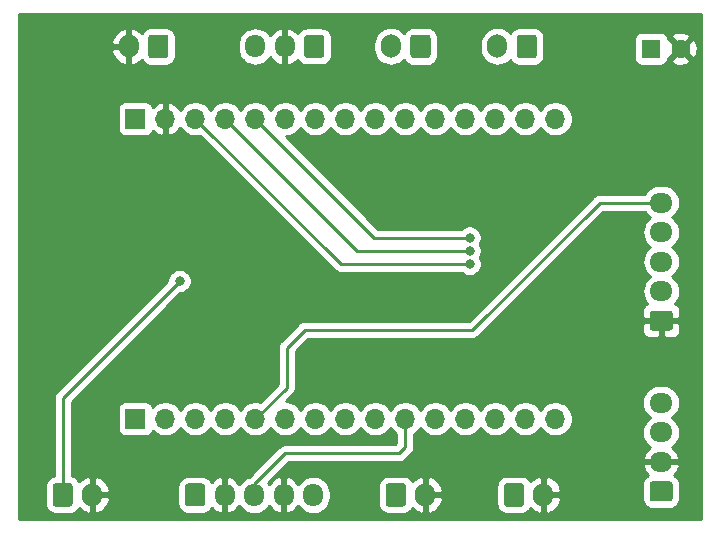
<source format=gbr>
%TF.GenerationSoftware,KiCad,Pcbnew,(5.1.9)-1*%
%TF.CreationDate,2021-02-26T14:18:11+09:00*%
%TF.ProjectId,diesel-heater-esp32,64696573-656c-42d6-9865-617465722d65,rev?*%
%TF.SameCoordinates,Original*%
%TF.FileFunction,Copper,L2,Bot*%
%TF.FilePolarity,Positive*%
%FSLAX46Y46*%
G04 Gerber Fmt 4.6, Leading zero omitted, Abs format (unit mm)*
G04 Created by KiCad (PCBNEW (5.1.9)-1) date 2021-02-26 14:18:11*
%MOMM*%
%LPD*%
G01*
G04 APERTURE LIST*
%TA.AperFunction,ComponentPad*%
%ADD10O,1.700000X2.000000*%
%TD*%
%TA.AperFunction,ComponentPad*%
%ADD11O,1.700000X1.950000*%
%TD*%
%TA.AperFunction,ComponentPad*%
%ADD12O,1.950000X1.700000*%
%TD*%
%TA.AperFunction,ComponentPad*%
%ADD13R,1.600000X1.600000*%
%TD*%
%TA.AperFunction,ComponentPad*%
%ADD14C,1.600000*%
%TD*%
%TA.AperFunction,ComponentPad*%
%ADD15R,1.700000X1.700000*%
%TD*%
%TA.AperFunction,ComponentPad*%
%ADD16O,1.700000X1.700000*%
%TD*%
%TA.AperFunction,ViaPad*%
%ADD17C,0.800000*%
%TD*%
%TA.AperFunction,Conductor*%
%ADD18C,0.250000*%
%TD*%
%TA.AperFunction,Conductor*%
%ADD19C,0.254000*%
%TD*%
%TA.AperFunction,Conductor*%
%ADD20C,0.100000*%
%TD*%
G04 APERTURE END LIST*
D10*
%TO.P,J1,2*%
%TO.N,GND*%
X120520000Y-73780000D03*
%TO.P,J1,1*%
%TO.N,/5V*%
%TA.AperFunction,ComponentPad*%
G36*
G01*
X123870000Y-73030000D02*
X123870000Y-74530000D01*
G75*
G02*
X123620000Y-74780000I-250000J0D01*
G01*
X122420000Y-74780000D01*
G75*
G02*
X122170000Y-74530000I0J250000D01*
G01*
X122170000Y-73030000D01*
G75*
G02*
X122420000Y-72780000I250000J0D01*
G01*
X123620000Y-72780000D01*
G75*
G02*
X123870000Y-73030000I0J-250000D01*
G01*
G37*
%TD.AperFunction*%
%TD*%
%TO.P,J3,1*%
%TO.N,/3V3*%
%TA.AperFunction,ComponentPad*%
G36*
G01*
X137060000Y-73055000D02*
X137060000Y-74505000D01*
G75*
G02*
X136810000Y-74755000I-250000J0D01*
G01*
X135610000Y-74755000D01*
G75*
G02*
X135360000Y-74505000I0J250000D01*
G01*
X135360000Y-73055000D01*
G75*
G02*
X135610000Y-72805000I250000J0D01*
G01*
X136810000Y-72805000D01*
G75*
G02*
X137060000Y-73055000I0J-250000D01*
G01*
G37*
%TD.AperFunction*%
D11*
%TO.P,J3,2*%
%TO.N,GND*%
X133710000Y-73780000D03*
%TO.P,J3,3*%
%TO.N,/M_RUN*%
X131210000Y-73780000D03*
%TD*%
D12*
%TO.P,J4,5*%
%TO.N,/BTN3*%
X165600000Y-87000000D03*
%TO.P,J4,4*%
%TO.N,/BTN2*%
X165600000Y-89500000D03*
%TO.P,J4,3*%
%TO.N,/BTN1*%
X165600000Y-92000000D03*
%TO.P,J4,2*%
%TO.N,/BTN0*%
X165600000Y-94500000D03*
%TO.P,J4,1*%
%TO.N,GND*%
%TA.AperFunction,ComponentPad*%
G36*
G01*
X166325000Y-97850000D02*
X164875000Y-97850000D01*
G75*
G02*
X164625000Y-97600000I0J250000D01*
G01*
X164625000Y-96400000D01*
G75*
G02*
X164875000Y-96150000I250000J0D01*
G01*
X166325000Y-96150000D01*
G75*
G02*
X166575000Y-96400000I0J-250000D01*
G01*
X166575000Y-97600000D01*
G75*
G02*
X166325000Y-97850000I-250000J0D01*
G01*
G37*
%TD.AperFunction*%
%TD*%
%TO.P,J5,1*%
%TO.N,/VBAT*%
%TA.AperFunction,ComponentPad*%
G36*
G01*
X114060000Y-112500000D02*
X114060000Y-111000000D01*
G75*
G02*
X114310000Y-110750000I250000J0D01*
G01*
X115510000Y-110750000D01*
G75*
G02*
X115760000Y-111000000I0J-250000D01*
G01*
X115760000Y-112500000D01*
G75*
G02*
X115510000Y-112750000I-250000J0D01*
G01*
X114310000Y-112750000D01*
G75*
G02*
X114060000Y-112500000I0J250000D01*
G01*
G37*
%TD.AperFunction*%
D10*
%TO.P,J5,2*%
%TO.N,GND*%
X117410000Y-111750000D03*
%TD*%
%TO.P,J7,1*%
%TO.N,/3V3*%
%TA.AperFunction,ComponentPad*%
G36*
G01*
X166305000Y-112300000D02*
X164855000Y-112300000D01*
G75*
G02*
X164605000Y-112050000I0J250000D01*
G01*
X164605000Y-110850000D01*
G75*
G02*
X164855000Y-110600000I250000J0D01*
G01*
X166305000Y-110600000D01*
G75*
G02*
X166555000Y-110850000I0J-250000D01*
G01*
X166555000Y-112050000D01*
G75*
G02*
X166305000Y-112300000I-250000J0D01*
G01*
G37*
%TD.AperFunction*%
D12*
%TO.P,J7,2*%
%TO.N,GND*%
X165580000Y-108950000D03*
%TO.P,J7,3*%
%TO.N,/SDA*%
X165580000Y-106450000D03*
%TO.P,J7,4*%
%TO.N,/SCL*%
X165580000Y-103950000D03*
%TD*%
D10*
%TO.P,J8,2*%
%TO.N,/RT*%
X142710000Y-73780000D03*
%TO.P,J8,1*%
%TO.N,/3V3*%
%TA.AperFunction,ComponentPad*%
G36*
G01*
X146060000Y-73030000D02*
X146060000Y-74530000D01*
G75*
G02*
X145810000Y-74780000I-250000J0D01*
G01*
X144610000Y-74780000D01*
G75*
G02*
X144360000Y-74530000I0J250000D01*
G01*
X144360000Y-73030000D01*
G75*
G02*
X144610000Y-72780000I250000J0D01*
G01*
X145810000Y-72780000D01*
G75*
G02*
X146060000Y-73030000I0J-250000D01*
G01*
G37*
%TD.AperFunction*%
%TD*%
%TO.P,J9,1*%
%TO.N,/3V3*%
%TA.AperFunction,ComponentPad*%
G36*
G01*
X155060000Y-73030000D02*
X155060000Y-74530000D01*
G75*
G02*
X154810000Y-74780000I-250000J0D01*
G01*
X153610000Y-74780000D01*
G75*
G02*
X153360000Y-74530000I0J250000D01*
G01*
X153360000Y-73030000D01*
G75*
G02*
X153610000Y-72780000I250000J0D01*
G01*
X154810000Y-72780000D01*
G75*
G02*
X155060000Y-73030000I0J-250000D01*
G01*
G37*
%TD.AperFunction*%
%TO.P,J9,2*%
%TO.N,/OT*%
X151710000Y-73780000D03*
%TD*%
%TO.P,J10,1*%
%TO.N,/3V3*%
%TA.AperFunction,ComponentPad*%
G36*
G01*
X125270000Y-112475000D02*
X125270000Y-111025000D01*
G75*
G02*
X125520000Y-110775000I250000J0D01*
G01*
X126720000Y-110775000D01*
G75*
G02*
X126970000Y-111025000I0J-250000D01*
G01*
X126970000Y-112475000D01*
G75*
G02*
X126720000Y-112725000I-250000J0D01*
G01*
X125520000Y-112725000D01*
G75*
G02*
X125270000Y-112475000I0J250000D01*
G01*
G37*
%TD.AperFunction*%
D11*
%TO.P,J10,2*%
%TO.N,GND*%
X128620000Y-111750000D03*
%TO.P,J10,3*%
%TO.N,/M_INA*%
X131120000Y-111750000D03*
%TO.P,J10,4*%
%TO.N,GND*%
X133620000Y-111750000D03*
%TO.P,J10,5*%
%TO.N,/M_PWM*%
X136120000Y-111750000D03*
%TD*%
D10*
%TO.P,J11,2*%
%TO.N,GND*%
X145620000Y-111750000D03*
%TO.P,J11,1*%
%TO.N,/GP_SIG*%
%TA.AperFunction,ComponentPad*%
G36*
G01*
X142270000Y-112500000D02*
X142270000Y-111000000D01*
G75*
G02*
X142520000Y-110750000I250000J0D01*
G01*
X143720000Y-110750000D01*
G75*
G02*
X143970000Y-111000000I0J-250000D01*
G01*
X143970000Y-112500000D01*
G75*
G02*
X143720000Y-112750000I-250000J0D01*
G01*
X142520000Y-112750000D01*
G75*
G02*
X142270000Y-112500000I0J250000D01*
G01*
G37*
%TD.AperFunction*%
%TD*%
%TO.P,J12,1*%
%TO.N,/OP_SIG*%
%TA.AperFunction,ComponentPad*%
G36*
G01*
X152270000Y-112500000D02*
X152270000Y-111000000D01*
G75*
G02*
X152520000Y-110750000I250000J0D01*
G01*
X153720000Y-110750000D01*
G75*
G02*
X153970000Y-111000000I0J-250000D01*
G01*
X153970000Y-112500000D01*
G75*
G02*
X153720000Y-112750000I-250000J0D01*
G01*
X152520000Y-112750000D01*
G75*
G02*
X152270000Y-112500000I0J250000D01*
G01*
G37*
%TD.AperFunction*%
%TO.P,J12,2*%
%TO.N,GND*%
X155620000Y-111750000D03*
%TD*%
D13*
%TO.P,C1,1*%
%TO.N,/EN*%
X164730000Y-73970000D03*
D14*
%TO.P,C1,2*%
%TO.N,GND*%
X167230000Y-73970000D03*
%TD*%
D15*
%TO.P,J2,1*%
%TO.N,/5V*%
X121070000Y-79910000D03*
D16*
%TO.P,J2,2*%
%TO.N,GND*%
X123610000Y-79910000D03*
%TO.P,J2,3*%
%TO.N,/BTN0*%
X126150000Y-79910000D03*
%TO.P,J2,4*%
%TO.N,/BTN1*%
X128690000Y-79910000D03*
%TO.P,J2,5*%
%TO.N,/BTN2*%
X131230000Y-79910000D03*
%TO.P,J2,6*%
%TO.N,/GPIO_IN_2*%
X133770000Y-79910000D03*
%TO.P,J2,7*%
%TO.N,/GPIO_IN_1*%
X136310000Y-79910000D03*
%TO.P,J2,8*%
%TO.N,/M_RUN*%
X138850000Y-79910000D03*
%TO.P,J2,9*%
%TO.N,/ADC_RSV*%
X141390000Y-79910000D03*
%TO.P,J2,10*%
%TO.N,/VPWR*%
X143930000Y-79910000D03*
%TO.P,J2,11*%
%TO.N,/RT*%
X146470000Y-79910000D03*
%TO.P,J2,12*%
%TO.N,/OT*%
X149010000Y-79910000D03*
%TO.P,J2,13*%
%TO.N,Net-(J2-Pad13)*%
X151550000Y-79910000D03*
%TO.P,J2,14*%
%TO.N,Net-(J2-Pad14)*%
X154090000Y-79910000D03*
%TO.P,J2,15*%
%TO.N,/EN*%
X156630000Y-79910000D03*
%TD*%
%TO.P,J6,15*%
%TO.N,Net-(J6-Pad15)*%
X156630000Y-105310000D03*
%TO.P,J6,14*%
%TO.N,/SCL*%
X154090000Y-105310000D03*
%TO.P,J6,13*%
%TO.N,Net-(J6-Pad13)*%
X151550000Y-105310000D03*
%TO.P,J6,12*%
%TO.N,Net-(J6-Pad12)*%
X149010000Y-105310000D03*
%TO.P,J6,11*%
%TO.N,/SDA*%
X146470000Y-105310000D03*
%TO.P,J6,10*%
%TO.N,/M_INA*%
X143930000Y-105310000D03*
%TO.P,J6,9*%
%TO.N,/OP_SIG*%
X141390000Y-105310000D03*
%TO.P,J6,8*%
%TO.N,/GP_SIG*%
X138850000Y-105310000D03*
%TO.P,J6,7*%
%TO.N,Net-(J6-Pad7)*%
X136310000Y-105310000D03*
%TO.P,J6,6*%
%TO.N,/PWM_RSV1*%
X133770000Y-105310000D03*
%TO.P,J6,5*%
%TO.N,/BTN3*%
X131230000Y-105310000D03*
%TO.P,J6,4*%
%TO.N,Net-(J6-Pad4)*%
X128690000Y-105310000D03*
%TO.P,J6,3*%
%TO.N,/M_PWM*%
X126150000Y-105310000D03*
%TO.P,J6,2*%
%TO.N,Net-(J6-Pad2)*%
X123610000Y-105310000D03*
D15*
%TO.P,J6,1*%
%TO.N,/3V3*%
X121070000Y-105310000D03*
%TD*%
D17*
%TO.N,GND*%
X124980000Y-98660000D03*
X144100000Y-99250000D03*
X143750000Y-87040000D03*
%TO.N,/BTN2*%
X149370000Y-89970000D03*
%TO.N,/BTN1*%
X149370000Y-91080000D03*
%TO.N,/BTN0*%
X149370000Y-92200000D03*
%TO.N,/VBAT*%
X124820000Y-93640000D03*
%TD*%
D18*
%TO.N,/BTN2*%
X131370000Y-80050000D02*
X131230000Y-79910000D01*
X141290000Y-89970000D02*
X131230000Y-79910000D01*
X149370000Y-89970000D02*
X141290000Y-89970000D01*
%TO.N,/BTN1*%
X139860000Y-91080000D02*
X128690000Y-79910000D01*
X149370000Y-91080000D02*
X139860000Y-91080000D01*
%TO.N,/BTN0*%
X138440000Y-92200000D02*
X126150000Y-79910000D01*
X149370000Y-92200000D02*
X138440000Y-92200000D01*
%TO.N,/BTN3*%
X131230000Y-105310000D02*
X133880000Y-102660000D01*
X133880000Y-102660000D02*
X133880000Y-99280000D01*
X133880000Y-99280000D02*
X135400000Y-97760000D01*
X135400000Y-97760000D02*
X149610000Y-97760000D01*
X160370000Y-87000000D02*
X149610000Y-97760000D01*
X165600000Y-87000000D02*
X160370000Y-87000000D01*
%TO.N,/VBAT*%
X114910000Y-103550000D02*
X124820000Y-93640000D01*
X114910000Y-111750000D02*
X114910000Y-103550000D01*
%TO.N,/M_INA*%
X131120000Y-111750000D02*
X131120000Y-110860000D01*
X131120000Y-110860000D02*
X133750000Y-108230000D01*
X133750000Y-108230000D02*
X143400000Y-108230000D01*
X143930000Y-107700000D02*
X143930000Y-105310000D01*
X143400000Y-108230000D02*
X143930000Y-107700000D01*
%TD*%
D19*
%TO.N,GND*%
X168933000Y-113773000D02*
X111187000Y-113773000D01*
X111187000Y-111000000D01*
X113421928Y-111000000D01*
X113421928Y-112500000D01*
X113438992Y-112673254D01*
X113489528Y-112839850D01*
X113571595Y-112993386D01*
X113682038Y-113127962D01*
X113816614Y-113238405D01*
X113970150Y-113320472D01*
X114136746Y-113371008D01*
X114310000Y-113388072D01*
X115510000Y-113388072D01*
X115683254Y-113371008D01*
X115849850Y-113320472D01*
X116003386Y-113238405D01*
X116137962Y-113127962D01*
X116248405Y-112993386D01*
X116302914Y-112891407D01*
X116303198Y-112891795D01*
X116517954Y-113088664D01*
X116766991Y-113239854D01*
X117040739Y-113339554D01*
X117053110Y-113341476D01*
X117283000Y-113220155D01*
X117283000Y-111877000D01*
X117537000Y-111877000D01*
X117537000Y-113220155D01*
X117766890Y-113341476D01*
X117779261Y-113339554D01*
X118053009Y-113239854D01*
X118302046Y-113088664D01*
X118516802Y-112891795D01*
X118689025Y-112656812D01*
X118812096Y-112392745D01*
X118881285Y-112109742D01*
X118737232Y-111877000D01*
X117537000Y-111877000D01*
X117283000Y-111877000D01*
X117263000Y-111877000D01*
X117263000Y-111623000D01*
X117283000Y-111623000D01*
X117283000Y-110279845D01*
X117537000Y-110279845D01*
X117537000Y-111623000D01*
X118737232Y-111623000D01*
X118881285Y-111390258D01*
X118812096Y-111107255D01*
X118773761Y-111025000D01*
X124631928Y-111025000D01*
X124631928Y-112475000D01*
X124648992Y-112648254D01*
X124699528Y-112814850D01*
X124781595Y-112968386D01*
X124892038Y-113102962D01*
X125026614Y-113213405D01*
X125180150Y-113295472D01*
X125346746Y-113346008D01*
X125520000Y-113363072D01*
X126720000Y-113363072D01*
X126893254Y-113346008D01*
X127059850Y-113295472D01*
X127213386Y-113213405D01*
X127347962Y-113102962D01*
X127458405Y-112968386D01*
X127514714Y-112863039D01*
X127530951Y-112884429D01*
X127748807Y-113077496D01*
X128000142Y-113224352D01*
X128263110Y-113316476D01*
X128493000Y-113195155D01*
X128493000Y-111877000D01*
X128473000Y-111877000D01*
X128473000Y-111623000D01*
X128493000Y-111623000D01*
X128493000Y-110304845D01*
X128263110Y-110183524D01*
X128000142Y-110275648D01*
X127748807Y-110422504D01*
X127530951Y-110615571D01*
X127514714Y-110636961D01*
X127458405Y-110531614D01*
X127347962Y-110397038D01*
X127213386Y-110286595D01*
X127059850Y-110204528D01*
X126893254Y-110153992D01*
X126720000Y-110136928D01*
X125520000Y-110136928D01*
X125346746Y-110153992D01*
X125180150Y-110204528D01*
X125026614Y-110286595D01*
X124892038Y-110397038D01*
X124781595Y-110531614D01*
X124699528Y-110685150D01*
X124648992Y-110851746D01*
X124631928Y-111025000D01*
X118773761Y-111025000D01*
X118689025Y-110843188D01*
X118516802Y-110608205D01*
X118302046Y-110411336D01*
X118053009Y-110260146D01*
X117779261Y-110160446D01*
X117766890Y-110158524D01*
X117537000Y-110279845D01*
X117283000Y-110279845D01*
X117053110Y-110158524D01*
X117040739Y-110160446D01*
X116766991Y-110260146D01*
X116517954Y-110411336D01*
X116303198Y-110608205D01*
X116302914Y-110608593D01*
X116248405Y-110506614D01*
X116137962Y-110372038D01*
X116003386Y-110261595D01*
X115849850Y-110179528D01*
X115683254Y-110128992D01*
X115670000Y-110127687D01*
X115670000Y-104460000D01*
X119581928Y-104460000D01*
X119581928Y-106160000D01*
X119594188Y-106284482D01*
X119630498Y-106404180D01*
X119689463Y-106514494D01*
X119768815Y-106611185D01*
X119865506Y-106690537D01*
X119975820Y-106749502D01*
X120095518Y-106785812D01*
X120220000Y-106798072D01*
X121920000Y-106798072D01*
X122044482Y-106785812D01*
X122164180Y-106749502D01*
X122274494Y-106690537D01*
X122371185Y-106611185D01*
X122450537Y-106514494D01*
X122509502Y-106404180D01*
X122531513Y-106331620D01*
X122663368Y-106463475D01*
X122906589Y-106625990D01*
X123176842Y-106737932D01*
X123463740Y-106795000D01*
X123756260Y-106795000D01*
X124043158Y-106737932D01*
X124313411Y-106625990D01*
X124556632Y-106463475D01*
X124763475Y-106256632D01*
X124880000Y-106082240D01*
X124996525Y-106256632D01*
X125203368Y-106463475D01*
X125446589Y-106625990D01*
X125716842Y-106737932D01*
X126003740Y-106795000D01*
X126296260Y-106795000D01*
X126583158Y-106737932D01*
X126853411Y-106625990D01*
X127096632Y-106463475D01*
X127303475Y-106256632D01*
X127420000Y-106082240D01*
X127536525Y-106256632D01*
X127743368Y-106463475D01*
X127986589Y-106625990D01*
X128256842Y-106737932D01*
X128543740Y-106795000D01*
X128836260Y-106795000D01*
X129123158Y-106737932D01*
X129393411Y-106625990D01*
X129636632Y-106463475D01*
X129843475Y-106256632D01*
X129960000Y-106082240D01*
X130076525Y-106256632D01*
X130283368Y-106463475D01*
X130526589Y-106625990D01*
X130796842Y-106737932D01*
X131083740Y-106795000D01*
X131376260Y-106795000D01*
X131663158Y-106737932D01*
X131933411Y-106625990D01*
X132176632Y-106463475D01*
X132383475Y-106256632D01*
X132500000Y-106082240D01*
X132616525Y-106256632D01*
X132823368Y-106463475D01*
X133066589Y-106625990D01*
X133336842Y-106737932D01*
X133623740Y-106795000D01*
X133916260Y-106795000D01*
X134203158Y-106737932D01*
X134473411Y-106625990D01*
X134716632Y-106463475D01*
X134923475Y-106256632D01*
X135040000Y-106082240D01*
X135156525Y-106256632D01*
X135363368Y-106463475D01*
X135606589Y-106625990D01*
X135876842Y-106737932D01*
X136163740Y-106795000D01*
X136456260Y-106795000D01*
X136743158Y-106737932D01*
X137013411Y-106625990D01*
X137256632Y-106463475D01*
X137463475Y-106256632D01*
X137580000Y-106082240D01*
X137696525Y-106256632D01*
X137903368Y-106463475D01*
X138146589Y-106625990D01*
X138416842Y-106737932D01*
X138703740Y-106795000D01*
X138996260Y-106795000D01*
X139283158Y-106737932D01*
X139553411Y-106625990D01*
X139796632Y-106463475D01*
X140003475Y-106256632D01*
X140120000Y-106082240D01*
X140236525Y-106256632D01*
X140443368Y-106463475D01*
X140686589Y-106625990D01*
X140956842Y-106737932D01*
X141243740Y-106795000D01*
X141536260Y-106795000D01*
X141823158Y-106737932D01*
X142093411Y-106625990D01*
X142336632Y-106463475D01*
X142543475Y-106256632D01*
X142660000Y-106082240D01*
X142776525Y-106256632D01*
X142983368Y-106463475D01*
X143170000Y-106588179D01*
X143170000Y-107385198D01*
X143085199Y-107470000D01*
X133787325Y-107470000D01*
X133750000Y-107466324D01*
X133712675Y-107470000D01*
X133712667Y-107470000D01*
X133601014Y-107480997D01*
X133457753Y-107524454D01*
X133325724Y-107595026D01*
X133209999Y-107689999D01*
X133186201Y-107718997D01*
X130706623Y-110198576D01*
X130548966Y-110246401D01*
X130290986Y-110384294D01*
X130064866Y-110569866D01*
X129879294Y-110795987D01*
X129865538Y-110821722D01*
X129709049Y-110615571D01*
X129491193Y-110422504D01*
X129239858Y-110275648D01*
X128976890Y-110183524D01*
X128747000Y-110304845D01*
X128747000Y-111623000D01*
X128767000Y-111623000D01*
X128767000Y-111877000D01*
X128747000Y-111877000D01*
X128747000Y-113195155D01*
X128976890Y-113316476D01*
X129239858Y-113224352D01*
X129491193Y-113077496D01*
X129709049Y-112884429D01*
X129865538Y-112678278D01*
X129879294Y-112704014D01*
X130064866Y-112930134D01*
X130290987Y-113115706D01*
X130548967Y-113253599D01*
X130828890Y-113338513D01*
X131120000Y-113367185D01*
X131411111Y-113338513D01*
X131691034Y-113253599D01*
X131949014Y-113115706D01*
X132175134Y-112930134D01*
X132360706Y-112704014D01*
X132374462Y-112678278D01*
X132530951Y-112884429D01*
X132748807Y-113077496D01*
X133000142Y-113224352D01*
X133263110Y-113316476D01*
X133493000Y-113195155D01*
X133493000Y-111877000D01*
X133473000Y-111877000D01*
X133473000Y-111623000D01*
X133493000Y-111623000D01*
X133493000Y-110304845D01*
X133747000Y-110304845D01*
X133747000Y-111623000D01*
X133767000Y-111623000D01*
X133767000Y-111877000D01*
X133747000Y-111877000D01*
X133747000Y-113195155D01*
X133976890Y-113316476D01*
X134239858Y-113224352D01*
X134491193Y-113077496D01*
X134709049Y-112884429D01*
X134865538Y-112678278D01*
X134879294Y-112704014D01*
X135064866Y-112930134D01*
X135290987Y-113115706D01*
X135548967Y-113253599D01*
X135828890Y-113338513D01*
X136120000Y-113367185D01*
X136411111Y-113338513D01*
X136691034Y-113253599D01*
X136949014Y-113115706D01*
X137175134Y-112930134D01*
X137360706Y-112704014D01*
X137498599Y-112446033D01*
X137583513Y-112166110D01*
X137605000Y-111947949D01*
X137605000Y-111552050D01*
X137583513Y-111333889D01*
X137498599Y-111053966D01*
X137469754Y-111000000D01*
X141631928Y-111000000D01*
X141631928Y-112500000D01*
X141648992Y-112673254D01*
X141699528Y-112839850D01*
X141781595Y-112993386D01*
X141892038Y-113127962D01*
X142026614Y-113238405D01*
X142180150Y-113320472D01*
X142346746Y-113371008D01*
X142520000Y-113388072D01*
X143720000Y-113388072D01*
X143893254Y-113371008D01*
X144059850Y-113320472D01*
X144213386Y-113238405D01*
X144347962Y-113127962D01*
X144458405Y-112993386D01*
X144512914Y-112891407D01*
X144513198Y-112891795D01*
X144727954Y-113088664D01*
X144976991Y-113239854D01*
X145250739Y-113339554D01*
X145263110Y-113341476D01*
X145493000Y-113220155D01*
X145493000Y-111877000D01*
X145747000Y-111877000D01*
X145747000Y-113220155D01*
X145976890Y-113341476D01*
X145989261Y-113339554D01*
X146263009Y-113239854D01*
X146512046Y-113088664D01*
X146726802Y-112891795D01*
X146899025Y-112656812D01*
X147022096Y-112392745D01*
X147091285Y-112109742D01*
X146947232Y-111877000D01*
X145747000Y-111877000D01*
X145493000Y-111877000D01*
X145473000Y-111877000D01*
X145473000Y-111623000D01*
X145493000Y-111623000D01*
X145493000Y-110279845D01*
X145747000Y-110279845D01*
X145747000Y-111623000D01*
X146947232Y-111623000D01*
X147091285Y-111390258D01*
X147022096Y-111107255D01*
X146972109Y-111000000D01*
X151631928Y-111000000D01*
X151631928Y-112500000D01*
X151648992Y-112673254D01*
X151699528Y-112839850D01*
X151781595Y-112993386D01*
X151892038Y-113127962D01*
X152026614Y-113238405D01*
X152180150Y-113320472D01*
X152346746Y-113371008D01*
X152520000Y-113388072D01*
X153720000Y-113388072D01*
X153893254Y-113371008D01*
X154059850Y-113320472D01*
X154213386Y-113238405D01*
X154347962Y-113127962D01*
X154458405Y-112993386D01*
X154512914Y-112891407D01*
X154513198Y-112891795D01*
X154727954Y-113088664D01*
X154976991Y-113239854D01*
X155250739Y-113339554D01*
X155263110Y-113341476D01*
X155493000Y-113220155D01*
X155493000Y-111877000D01*
X155747000Y-111877000D01*
X155747000Y-113220155D01*
X155976890Y-113341476D01*
X155989261Y-113339554D01*
X156263009Y-113239854D01*
X156512046Y-113088664D01*
X156726802Y-112891795D01*
X156899025Y-112656812D01*
X157022096Y-112392745D01*
X157091285Y-112109742D01*
X156947232Y-111877000D01*
X155747000Y-111877000D01*
X155493000Y-111877000D01*
X155473000Y-111877000D01*
X155473000Y-111623000D01*
X155493000Y-111623000D01*
X155493000Y-110279845D01*
X155747000Y-110279845D01*
X155747000Y-111623000D01*
X156947232Y-111623000D01*
X157091285Y-111390258D01*
X157022096Y-111107255D01*
X156902200Y-110850000D01*
X163966928Y-110850000D01*
X163966928Y-112050000D01*
X163983992Y-112223254D01*
X164034528Y-112389850D01*
X164116595Y-112543386D01*
X164227038Y-112677962D01*
X164361614Y-112788405D01*
X164515150Y-112870472D01*
X164681746Y-112921008D01*
X164855000Y-112938072D01*
X166305000Y-112938072D01*
X166478254Y-112921008D01*
X166644850Y-112870472D01*
X166798386Y-112788405D01*
X166932962Y-112677962D01*
X167043405Y-112543386D01*
X167125472Y-112389850D01*
X167176008Y-112223254D01*
X167193072Y-112050000D01*
X167193072Y-110850000D01*
X167176008Y-110676746D01*
X167125472Y-110510150D01*
X167043405Y-110356614D01*
X166932962Y-110222038D01*
X166798386Y-110111595D01*
X166693039Y-110055286D01*
X166714429Y-110039049D01*
X166907496Y-109821193D01*
X167054352Y-109569858D01*
X167146476Y-109306890D01*
X167025155Y-109077000D01*
X165707000Y-109077000D01*
X165707000Y-109097000D01*
X165453000Y-109097000D01*
X165453000Y-109077000D01*
X164134845Y-109077000D01*
X164013524Y-109306890D01*
X164105648Y-109569858D01*
X164252504Y-109821193D01*
X164445571Y-110039049D01*
X164466961Y-110055286D01*
X164361614Y-110111595D01*
X164227038Y-110222038D01*
X164116595Y-110356614D01*
X164034528Y-110510150D01*
X163983992Y-110676746D01*
X163966928Y-110850000D01*
X156902200Y-110850000D01*
X156899025Y-110843188D01*
X156726802Y-110608205D01*
X156512046Y-110411336D01*
X156263009Y-110260146D01*
X155989261Y-110160446D01*
X155976890Y-110158524D01*
X155747000Y-110279845D01*
X155493000Y-110279845D01*
X155263110Y-110158524D01*
X155250739Y-110160446D01*
X154976991Y-110260146D01*
X154727954Y-110411336D01*
X154513198Y-110608205D01*
X154512914Y-110608593D01*
X154458405Y-110506614D01*
X154347962Y-110372038D01*
X154213386Y-110261595D01*
X154059850Y-110179528D01*
X153893254Y-110128992D01*
X153720000Y-110111928D01*
X152520000Y-110111928D01*
X152346746Y-110128992D01*
X152180150Y-110179528D01*
X152026614Y-110261595D01*
X151892038Y-110372038D01*
X151781595Y-110506614D01*
X151699528Y-110660150D01*
X151648992Y-110826746D01*
X151631928Y-111000000D01*
X146972109Y-111000000D01*
X146899025Y-110843188D01*
X146726802Y-110608205D01*
X146512046Y-110411336D01*
X146263009Y-110260146D01*
X145989261Y-110160446D01*
X145976890Y-110158524D01*
X145747000Y-110279845D01*
X145493000Y-110279845D01*
X145263110Y-110158524D01*
X145250739Y-110160446D01*
X144976991Y-110260146D01*
X144727954Y-110411336D01*
X144513198Y-110608205D01*
X144512914Y-110608593D01*
X144458405Y-110506614D01*
X144347962Y-110372038D01*
X144213386Y-110261595D01*
X144059850Y-110179528D01*
X143893254Y-110128992D01*
X143720000Y-110111928D01*
X142520000Y-110111928D01*
X142346746Y-110128992D01*
X142180150Y-110179528D01*
X142026614Y-110261595D01*
X141892038Y-110372038D01*
X141781595Y-110506614D01*
X141699528Y-110660150D01*
X141648992Y-110826746D01*
X141631928Y-111000000D01*
X137469754Y-111000000D01*
X137360706Y-110795986D01*
X137175134Y-110569866D01*
X136949013Y-110384294D01*
X136691033Y-110246401D01*
X136411110Y-110161487D01*
X136120000Y-110132815D01*
X135828889Y-110161487D01*
X135548966Y-110246401D01*
X135290986Y-110384294D01*
X135064866Y-110569866D01*
X134879294Y-110795987D01*
X134865538Y-110821722D01*
X134709049Y-110615571D01*
X134491193Y-110422504D01*
X134239858Y-110275648D01*
X133976890Y-110183524D01*
X133747000Y-110304845D01*
X133493000Y-110304845D01*
X133263110Y-110183524D01*
X133000142Y-110275648D01*
X132748807Y-110422504D01*
X132530951Y-110615571D01*
X132374462Y-110821722D01*
X132360706Y-110795986D01*
X132314778Y-110740023D01*
X134064802Y-108990000D01*
X143362678Y-108990000D01*
X143400000Y-108993676D01*
X143437322Y-108990000D01*
X143437333Y-108990000D01*
X143548986Y-108979003D01*
X143692247Y-108935546D01*
X143824276Y-108864974D01*
X143940001Y-108770001D01*
X143963803Y-108740998D01*
X144441003Y-108263798D01*
X144470001Y-108240001D01*
X144564974Y-108124276D01*
X144635546Y-107992247D01*
X144679003Y-107848986D01*
X144690000Y-107737333D01*
X144690000Y-107737324D01*
X144693676Y-107700001D01*
X144690000Y-107662678D01*
X144690000Y-106588178D01*
X144876632Y-106463475D01*
X145083475Y-106256632D01*
X145200000Y-106082240D01*
X145316525Y-106256632D01*
X145523368Y-106463475D01*
X145766589Y-106625990D01*
X146036842Y-106737932D01*
X146323740Y-106795000D01*
X146616260Y-106795000D01*
X146903158Y-106737932D01*
X147173411Y-106625990D01*
X147416632Y-106463475D01*
X147623475Y-106256632D01*
X147740000Y-106082240D01*
X147856525Y-106256632D01*
X148063368Y-106463475D01*
X148306589Y-106625990D01*
X148576842Y-106737932D01*
X148863740Y-106795000D01*
X149156260Y-106795000D01*
X149443158Y-106737932D01*
X149713411Y-106625990D01*
X149956632Y-106463475D01*
X150163475Y-106256632D01*
X150280000Y-106082240D01*
X150396525Y-106256632D01*
X150603368Y-106463475D01*
X150846589Y-106625990D01*
X151116842Y-106737932D01*
X151403740Y-106795000D01*
X151696260Y-106795000D01*
X151983158Y-106737932D01*
X152253411Y-106625990D01*
X152496632Y-106463475D01*
X152703475Y-106256632D01*
X152820000Y-106082240D01*
X152936525Y-106256632D01*
X153143368Y-106463475D01*
X153386589Y-106625990D01*
X153656842Y-106737932D01*
X153943740Y-106795000D01*
X154236260Y-106795000D01*
X154523158Y-106737932D01*
X154793411Y-106625990D01*
X155036632Y-106463475D01*
X155243475Y-106256632D01*
X155360000Y-106082240D01*
X155476525Y-106256632D01*
X155683368Y-106463475D01*
X155926589Y-106625990D01*
X156196842Y-106737932D01*
X156483740Y-106795000D01*
X156776260Y-106795000D01*
X157063158Y-106737932D01*
X157333411Y-106625990D01*
X157576632Y-106463475D01*
X157783475Y-106256632D01*
X157945990Y-106013411D01*
X158057932Y-105743158D01*
X158115000Y-105456260D01*
X158115000Y-105163740D01*
X158057932Y-104876842D01*
X157945990Y-104606589D01*
X157783475Y-104363368D01*
X157576632Y-104156525D01*
X157333411Y-103994010D01*
X157227162Y-103950000D01*
X163962815Y-103950000D01*
X163991487Y-104241111D01*
X164076401Y-104521034D01*
X164214294Y-104779014D01*
X164399866Y-105005134D01*
X164625986Y-105190706D01*
X164643374Y-105200000D01*
X164625986Y-105209294D01*
X164399866Y-105394866D01*
X164214294Y-105620986D01*
X164076401Y-105878966D01*
X163991487Y-106158889D01*
X163962815Y-106450000D01*
X163991487Y-106741111D01*
X164076401Y-107021034D01*
X164214294Y-107279014D01*
X164399866Y-107505134D01*
X164625986Y-107690706D01*
X164651722Y-107704462D01*
X164445571Y-107860951D01*
X164252504Y-108078807D01*
X164105648Y-108330142D01*
X164013524Y-108593110D01*
X164134845Y-108823000D01*
X165453000Y-108823000D01*
X165453000Y-108803000D01*
X165707000Y-108803000D01*
X165707000Y-108823000D01*
X167025155Y-108823000D01*
X167146476Y-108593110D01*
X167054352Y-108330142D01*
X166907496Y-108078807D01*
X166714429Y-107860951D01*
X166508278Y-107704462D01*
X166534014Y-107690706D01*
X166760134Y-107505134D01*
X166945706Y-107279014D01*
X167083599Y-107021034D01*
X167168513Y-106741111D01*
X167197185Y-106450000D01*
X167168513Y-106158889D01*
X167083599Y-105878966D01*
X166945706Y-105620986D01*
X166760134Y-105394866D01*
X166534014Y-105209294D01*
X166516626Y-105200000D01*
X166534014Y-105190706D01*
X166760134Y-105005134D01*
X166945706Y-104779014D01*
X167083599Y-104521034D01*
X167168513Y-104241111D01*
X167197185Y-103950000D01*
X167168513Y-103658889D01*
X167083599Y-103378966D01*
X166945706Y-103120986D01*
X166760134Y-102894866D01*
X166534014Y-102709294D01*
X166276034Y-102571401D01*
X165996111Y-102486487D01*
X165777950Y-102465000D01*
X165382050Y-102465000D01*
X165163889Y-102486487D01*
X164883966Y-102571401D01*
X164625986Y-102709294D01*
X164399866Y-102894866D01*
X164214294Y-103120986D01*
X164076401Y-103378966D01*
X163991487Y-103658889D01*
X163962815Y-103950000D01*
X157227162Y-103950000D01*
X157063158Y-103882068D01*
X156776260Y-103825000D01*
X156483740Y-103825000D01*
X156196842Y-103882068D01*
X155926589Y-103994010D01*
X155683368Y-104156525D01*
X155476525Y-104363368D01*
X155360000Y-104537760D01*
X155243475Y-104363368D01*
X155036632Y-104156525D01*
X154793411Y-103994010D01*
X154523158Y-103882068D01*
X154236260Y-103825000D01*
X153943740Y-103825000D01*
X153656842Y-103882068D01*
X153386589Y-103994010D01*
X153143368Y-104156525D01*
X152936525Y-104363368D01*
X152820000Y-104537760D01*
X152703475Y-104363368D01*
X152496632Y-104156525D01*
X152253411Y-103994010D01*
X151983158Y-103882068D01*
X151696260Y-103825000D01*
X151403740Y-103825000D01*
X151116842Y-103882068D01*
X150846589Y-103994010D01*
X150603368Y-104156525D01*
X150396525Y-104363368D01*
X150280000Y-104537760D01*
X150163475Y-104363368D01*
X149956632Y-104156525D01*
X149713411Y-103994010D01*
X149443158Y-103882068D01*
X149156260Y-103825000D01*
X148863740Y-103825000D01*
X148576842Y-103882068D01*
X148306589Y-103994010D01*
X148063368Y-104156525D01*
X147856525Y-104363368D01*
X147740000Y-104537760D01*
X147623475Y-104363368D01*
X147416632Y-104156525D01*
X147173411Y-103994010D01*
X146903158Y-103882068D01*
X146616260Y-103825000D01*
X146323740Y-103825000D01*
X146036842Y-103882068D01*
X145766589Y-103994010D01*
X145523368Y-104156525D01*
X145316525Y-104363368D01*
X145200000Y-104537760D01*
X145083475Y-104363368D01*
X144876632Y-104156525D01*
X144633411Y-103994010D01*
X144363158Y-103882068D01*
X144076260Y-103825000D01*
X143783740Y-103825000D01*
X143496842Y-103882068D01*
X143226589Y-103994010D01*
X142983368Y-104156525D01*
X142776525Y-104363368D01*
X142660000Y-104537760D01*
X142543475Y-104363368D01*
X142336632Y-104156525D01*
X142093411Y-103994010D01*
X141823158Y-103882068D01*
X141536260Y-103825000D01*
X141243740Y-103825000D01*
X140956842Y-103882068D01*
X140686589Y-103994010D01*
X140443368Y-104156525D01*
X140236525Y-104363368D01*
X140120000Y-104537760D01*
X140003475Y-104363368D01*
X139796632Y-104156525D01*
X139553411Y-103994010D01*
X139283158Y-103882068D01*
X138996260Y-103825000D01*
X138703740Y-103825000D01*
X138416842Y-103882068D01*
X138146589Y-103994010D01*
X137903368Y-104156525D01*
X137696525Y-104363368D01*
X137580000Y-104537760D01*
X137463475Y-104363368D01*
X137256632Y-104156525D01*
X137013411Y-103994010D01*
X136743158Y-103882068D01*
X136456260Y-103825000D01*
X136163740Y-103825000D01*
X135876842Y-103882068D01*
X135606589Y-103994010D01*
X135363368Y-104156525D01*
X135156525Y-104363368D01*
X135040000Y-104537760D01*
X134923475Y-104363368D01*
X134716632Y-104156525D01*
X134473411Y-103994010D01*
X134203158Y-103882068D01*
X133916260Y-103825000D01*
X133789802Y-103825000D01*
X134391004Y-103223798D01*
X134420001Y-103200001D01*
X134484847Y-103120986D01*
X134514974Y-103084277D01*
X134585546Y-102952247D01*
X134585546Y-102952246D01*
X134629003Y-102808986D01*
X134640000Y-102697333D01*
X134640000Y-102697323D01*
X134643676Y-102660000D01*
X134640000Y-102622677D01*
X134640000Y-99594801D01*
X135714802Y-98520000D01*
X149572678Y-98520000D01*
X149610000Y-98523676D01*
X149647322Y-98520000D01*
X149647333Y-98520000D01*
X149758986Y-98509003D01*
X149902247Y-98465546D01*
X150034276Y-98394974D01*
X150150001Y-98300001D01*
X150173804Y-98270997D01*
X150594801Y-97850000D01*
X163986928Y-97850000D01*
X163999188Y-97974482D01*
X164035498Y-98094180D01*
X164094463Y-98204494D01*
X164173815Y-98301185D01*
X164270506Y-98380537D01*
X164380820Y-98439502D01*
X164500518Y-98475812D01*
X164625000Y-98488072D01*
X165314250Y-98485000D01*
X165473000Y-98326250D01*
X165473000Y-97127000D01*
X165727000Y-97127000D01*
X165727000Y-98326250D01*
X165885750Y-98485000D01*
X166575000Y-98488072D01*
X166699482Y-98475812D01*
X166819180Y-98439502D01*
X166929494Y-98380537D01*
X167026185Y-98301185D01*
X167105537Y-98204494D01*
X167164502Y-98094180D01*
X167200812Y-97974482D01*
X167213072Y-97850000D01*
X167210000Y-97285750D01*
X167051250Y-97127000D01*
X165727000Y-97127000D01*
X165473000Y-97127000D01*
X164148750Y-97127000D01*
X163990000Y-97285750D01*
X163986928Y-97850000D01*
X150594801Y-97850000D01*
X160684802Y-87760000D01*
X164197405Y-87760000D01*
X164234294Y-87829014D01*
X164419866Y-88055134D01*
X164645986Y-88240706D01*
X164663374Y-88250000D01*
X164645986Y-88259294D01*
X164419866Y-88444866D01*
X164234294Y-88670986D01*
X164096401Y-88928966D01*
X164011487Y-89208889D01*
X163982815Y-89500000D01*
X164011487Y-89791111D01*
X164096401Y-90071034D01*
X164234294Y-90329014D01*
X164419866Y-90555134D01*
X164645986Y-90740706D01*
X164663374Y-90750000D01*
X164645986Y-90759294D01*
X164419866Y-90944866D01*
X164234294Y-91170986D01*
X164096401Y-91428966D01*
X164011487Y-91708889D01*
X163982815Y-92000000D01*
X164011487Y-92291111D01*
X164096401Y-92571034D01*
X164234294Y-92829014D01*
X164419866Y-93055134D01*
X164645986Y-93240706D01*
X164663374Y-93250000D01*
X164645986Y-93259294D01*
X164419866Y-93444866D01*
X164234294Y-93670986D01*
X164096401Y-93928966D01*
X164011487Y-94208889D01*
X163982815Y-94500000D01*
X164011487Y-94791111D01*
X164096401Y-95071034D01*
X164234294Y-95329014D01*
X164415608Y-95549945D01*
X164380820Y-95560498D01*
X164270506Y-95619463D01*
X164173815Y-95698815D01*
X164094463Y-95795506D01*
X164035498Y-95905820D01*
X163999188Y-96025518D01*
X163986928Y-96150000D01*
X163990000Y-96714250D01*
X164148750Y-96873000D01*
X165473000Y-96873000D01*
X165473000Y-96853000D01*
X165727000Y-96853000D01*
X165727000Y-96873000D01*
X167051250Y-96873000D01*
X167210000Y-96714250D01*
X167213072Y-96150000D01*
X167200812Y-96025518D01*
X167164502Y-95905820D01*
X167105537Y-95795506D01*
X167026185Y-95698815D01*
X166929494Y-95619463D01*
X166819180Y-95560498D01*
X166784392Y-95549945D01*
X166965706Y-95329014D01*
X167103599Y-95071034D01*
X167188513Y-94791111D01*
X167217185Y-94500000D01*
X167188513Y-94208889D01*
X167103599Y-93928966D01*
X166965706Y-93670986D01*
X166780134Y-93444866D01*
X166554014Y-93259294D01*
X166536626Y-93250000D01*
X166554014Y-93240706D01*
X166780134Y-93055134D01*
X166965706Y-92829014D01*
X167103599Y-92571034D01*
X167188513Y-92291111D01*
X167217185Y-92000000D01*
X167188513Y-91708889D01*
X167103599Y-91428966D01*
X166965706Y-91170986D01*
X166780134Y-90944866D01*
X166554014Y-90759294D01*
X166536626Y-90750000D01*
X166554014Y-90740706D01*
X166780134Y-90555134D01*
X166965706Y-90329014D01*
X167103599Y-90071034D01*
X167188513Y-89791111D01*
X167217185Y-89500000D01*
X167188513Y-89208889D01*
X167103599Y-88928966D01*
X166965706Y-88670986D01*
X166780134Y-88444866D01*
X166554014Y-88259294D01*
X166536626Y-88250000D01*
X166554014Y-88240706D01*
X166780134Y-88055134D01*
X166965706Y-87829014D01*
X167103599Y-87571034D01*
X167188513Y-87291111D01*
X167217185Y-87000000D01*
X167188513Y-86708889D01*
X167103599Y-86428966D01*
X166965706Y-86170986D01*
X166780134Y-85944866D01*
X166554014Y-85759294D01*
X166296034Y-85621401D01*
X166016111Y-85536487D01*
X165797950Y-85515000D01*
X165402050Y-85515000D01*
X165183889Y-85536487D01*
X164903966Y-85621401D01*
X164645986Y-85759294D01*
X164419866Y-85944866D01*
X164234294Y-86170986D01*
X164197405Y-86240000D01*
X160407323Y-86240000D01*
X160370000Y-86236324D01*
X160332677Y-86240000D01*
X160332667Y-86240000D01*
X160221014Y-86250997D01*
X160077753Y-86294454D01*
X159945723Y-86365026D01*
X159867813Y-86428966D01*
X159829999Y-86459999D01*
X159806201Y-86488997D01*
X149295199Y-97000000D01*
X135437333Y-97000000D01*
X135400000Y-96996323D01*
X135362667Y-97000000D01*
X135251014Y-97010997D01*
X135107753Y-97054454D01*
X134975724Y-97125026D01*
X134859999Y-97219999D01*
X134836201Y-97248997D01*
X133368998Y-98716201D01*
X133340000Y-98739999D01*
X133316202Y-98768997D01*
X133316201Y-98768998D01*
X133245026Y-98855724D01*
X133174454Y-98987754D01*
X133130998Y-99131015D01*
X133116324Y-99280000D01*
X133120001Y-99317332D01*
X133120000Y-102345198D01*
X131596408Y-103868791D01*
X131376260Y-103825000D01*
X131083740Y-103825000D01*
X130796842Y-103882068D01*
X130526589Y-103994010D01*
X130283368Y-104156525D01*
X130076525Y-104363368D01*
X129960000Y-104537760D01*
X129843475Y-104363368D01*
X129636632Y-104156525D01*
X129393411Y-103994010D01*
X129123158Y-103882068D01*
X128836260Y-103825000D01*
X128543740Y-103825000D01*
X128256842Y-103882068D01*
X127986589Y-103994010D01*
X127743368Y-104156525D01*
X127536525Y-104363368D01*
X127420000Y-104537760D01*
X127303475Y-104363368D01*
X127096632Y-104156525D01*
X126853411Y-103994010D01*
X126583158Y-103882068D01*
X126296260Y-103825000D01*
X126003740Y-103825000D01*
X125716842Y-103882068D01*
X125446589Y-103994010D01*
X125203368Y-104156525D01*
X124996525Y-104363368D01*
X124880000Y-104537760D01*
X124763475Y-104363368D01*
X124556632Y-104156525D01*
X124313411Y-103994010D01*
X124043158Y-103882068D01*
X123756260Y-103825000D01*
X123463740Y-103825000D01*
X123176842Y-103882068D01*
X122906589Y-103994010D01*
X122663368Y-104156525D01*
X122531513Y-104288380D01*
X122509502Y-104215820D01*
X122450537Y-104105506D01*
X122371185Y-104008815D01*
X122274494Y-103929463D01*
X122164180Y-103870498D01*
X122044482Y-103834188D01*
X121920000Y-103821928D01*
X120220000Y-103821928D01*
X120095518Y-103834188D01*
X119975820Y-103870498D01*
X119865506Y-103929463D01*
X119768815Y-104008815D01*
X119689463Y-104105506D01*
X119630498Y-104215820D01*
X119594188Y-104335518D01*
X119581928Y-104460000D01*
X115670000Y-104460000D01*
X115670000Y-103864801D01*
X124859803Y-94675000D01*
X124921939Y-94675000D01*
X125121898Y-94635226D01*
X125310256Y-94557205D01*
X125479774Y-94443937D01*
X125623937Y-94299774D01*
X125737205Y-94130256D01*
X125815226Y-93941898D01*
X125855000Y-93741939D01*
X125855000Y-93538061D01*
X125815226Y-93338102D01*
X125737205Y-93149744D01*
X125623937Y-92980226D01*
X125479774Y-92836063D01*
X125310256Y-92722795D01*
X125121898Y-92644774D01*
X124921939Y-92605000D01*
X124718061Y-92605000D01*
X124518102Y-92644774D01*
X124329744Y-92722795D01*
X124160226Y-92836063D01*
X124016063Y-92980226D01*
X123902795Y-93149744D01*
X123824774Y-93338102D01*
X123785000Y-93538061D01*
X123785000Y-93600197D01*
X114398998Y-102986201D01*
X114370000Y-103009999D01*
X114346202Y-103038997D01*
X114346201Y-103038998D01*
X114275026Y-103125724D01*
X114204454Y-103257754D01*
X114160998Y-103401015D01*
X114146324Y-103550000D01*
X114150001Y-103587332D01*
X114150000Y-110127687D01*
X114136746Y-110128992D01*
X113970150Y-110179528D01*
X113816614Y-110261595D01*
X113682038Y-110372038D01*
X113571595Y-110506614D01*
X113489528Y-110660150D01*
X113438992Y-110826746D01*
X113421928Y-111000000D01*
X111187000Y-111000000D01*
X111187000Y-79060000D01*
X119581928Y-79060000D01*
X119581928Y-80760000D01*
X119594188Y-80884482D01*
X119630498Y-81004180D01*
X119689463Y-81114494D01*
X119768815Y-81211185D01*
X119865506Y-81290537D01*
X119975820Y-81349502D01*
X120095518Y-81385812D01*
X120220000Y-81398072D01*
X121920000Y-81398072D01*
X122044482Y-81385812D01*
X122164180Y-81349502D01*
X122274494Y-81290537D01*
X122371185Y-81211185D01*
X122450537Y-81114494D01*
X122509502Y-81004180D01*
X122533966Y-80923534D01*
X122609731Y-81007588D01*
X122843080Y-81181641D01*
X123105901Y-81306825D01*
X123253110Y-81351476D01*
X123483000Y-81230155D01*
X123483000Y-80037000D01*
X123463000Y-80037000D01*
X123463000Y-79783000D01*
X123483000Y-79783000D01*
X123483000Y-78589845D01*
X123737000Y-78589845D01*
X123737000Y-79783000D01*
X123757000Y-79783000D01*
X123757000Y-80037000D01*
X123737000Y-80037000D01*
X123737000Y-81230155D01*
X123966890Y-81351476D01*
X124114099Y-81306825D01*
X124376920Y-81181641D01*
X124610269Y-81007588D01*
X124805178Y-80791355D01*
X124874805Y-80674466D01*
X124996525Y-80856632D01*
X125203368Y-81063475D01*
X125446589Y-81225990D01*
X125716842Y-81337932D01*
X126003740Y-81395000D01*
X126296260Y-81395000D01*
X126516408Y-81351209D01*
X137876201Y-92711003D01*
X137899999Y-92740001D01*
X138015724Y-92834974D01*
X138147753Y-92905546D01*
X138291014Y-92949003D01*
X138402667Y-92960000D01*
X138402675Y-92960000D01*
X138440000Y-92963676D01*
X138477325Y-92960000D01*
X148666289Y-92960000D01*
X148710226Y-93003937D01*
X148879744Y-93117205D01*
X149068102Y-93195226D01*
X149268061Y-93235000D01*
X149471939Y-93235000D01*
X149671898Y-93195226D01*
X149860256Y-93117205D01*
X150029774Y-93003937D01*
X150173937Y-92859774D01*
X150287205Y-92690256D01*
X150365226Y-92501898D01*
X150405000Y-92301939D01*
X150405000Y-92098061D01*
X150365226Y-91898102D01*
X150287205Y-91709744D01*
X150240604Y-91640000D01*
X150287205Y-91570256D01*
X150365226Y-91381898D01*
X150405000Y-91181939D01*
X150405000Y-90978061D01*
X150365226Y-90778102D01*
X150287205Y-90589744D01*
X150243945Y-90525000D01*
X150287205Y-90460256D01*
X150365226Y-90271898D01*
X150405000Y-90071939D01*
X150405000Y-89868061D01*
X150365226Y-89668102D01*
X150287205Y-89479744D01*
X150173937Y-89310226D01*
X150029774Y-89166063D01*
X149860256Y-89052795D01*
X149671898Y-88974774D01*
X149471939Y-88935000D01*
X149268061Y-88935000D01*
X149068102Y-88974774D01*
X148879744Y-89052795D01*
X148710226Y-89166063D01*
X148666289Y-89210000D01*
X141604803Y-89210000D01*
X133789801Y-81395000D01*
X133916260Y-81395000D01*
X134203158Y-81337932D01*
X134473411Y-81225990D01*
X134716632Y-81063475D01*
X134923475Y-80856632D01*
X135040000Y-80682240D01*
X135156525Y-80856632D01*
X135363368Y-81063475D01*
X135606589Y-81225990D01*
X135876842Y-81337932D01*
X136163740Y-81395000D01*
X136456260Y-81395000D01*
X136743158Y-81337932D01*
X137013411Y-81225990D01*
X137256632Y-81063475D01*
X137463475Y-80856632D01*
X137580000Y-80682240D01*
X137696525Y-80856632D01*
X137903368Y-81063475D01*
X138146589Y-81225990D01*
X138416842Y-81337932D01*
X138703740Y-81395000D01*
X138996260Y-81395000D01*
X139283158Y-81337932D01*
X139553411Y-81225990D01*
X139796632Y-81063475D01*
X140003475Y-80856632D01*
X140120000Y-80682240D01*
X140236525Y-80856632D01*
X140443368Y-81063475D01*
X140686589Y-81225990D01*
X140956842Y-81337932D01*
X141243740Y-81395000D01*
X141536260Y-81395000D01*
X141823158Y-81337932D01*
X142093411Y-81225990D01*
X142336632Y-81063475D01*
X142543475Y-80856632D01*
X142660000Y-80682240D01*
X142776525Y-80856632D01*
X142983368Y-81063475D01*
X143226589Y-81225990D01*
X143496842Y-81337932D01*
X143783740Y-81395000D01*
X144076260Y-81395000D01*
X144363158Y-81337932D01*
X144633411Y-81225990D01*
X144876632Y-81063475D01*
X145083475Y-80856632D01*
X145200000Y-80682240D01*
X145316525Y-80856632D01*
X145523368Y-81063475D01*
X145766589Y-81225990D01*
X146036842Y-81337932D01*
X146323740Y-81395000D01*
X146616260Y-81395000D01*
X146903158Y-81337932D01*
X147173411Y-81225990D01*
X147416632Y-81063475D01*
X147623475Y-80856632D01*
X147740000Y-80682240D01*
X147856525Y-80856632D01*
X148063368Y-81063475D01*
X148306589Y-81225990D01*
X148576842Y-81337932D01*
X148863740Y-81395000D01*
X149156260Y-81395000D01*
X149443158Y-81337932D01*
X149713411Y-81225990D01*
X149956632Y-81063475D01*
X150163475Y-80856632D01*
X150280000Y-80682240D01*
X150396525Y-80856632D01*
X150603368Y-81063475D01*
X150846589Y-81225990D01*
X151116842Y-81337932D01*
X151403740Y-81395000D01*
X151696260Y-81395000D01*
X151983158Y-81337932D01*
X152253411Y-81225990D01*
X152496632Y-81063475D01*
X152703475Y-80856632D01*
X152820000Y-80682240D01*
X152936525Y-80856632D01*
X153143368Y-81063475D01*
X153386589Y-81225990D01*
X153656842Y-81337932D01*
X153943740Y-81395000D01*
X154236260Y-81395000D01*
X154523158Y-81337932D01*
X154793411Y-81225990D01*
X155036632Y-81063475D01*
X155243475Y-80856632D01*
X155360000Y-80682240D01*
X155476525Y-80856632D01*
X155683368Y-81063475D01*
X155926589Y-81225990D01*
X156196842Y-81337932D01*
X156483740Y-81395000D01*
X156776260Y-81395000D01*
X157063158Y-81337932D01*
X157333411Y-81225990D01*
X157576632Y-81063475D01*
X157783475Y-80856632D01*
X157945990Y-80613411D01*
X158057932Y-80343158D01*
X158115000Y-80056260D01*
X158115000Y-79763740D01*
X158057932Y-79476842D01*
X157945990Y-79206589D01*
X157783475Y-78963368D01*
X157576632Y-78756525D01*
X157333411Y-78594010D01*
X157063158Y-78482068D01*
X156776260Y-78425000D01*
X156483740Y-78425000D01*
X156196842Y-78482068D01*
X155926589Y-78594010D01*
X155683368Y-78756525D01*
X155476525Y-78963368D01*
X155360000Y-79137760D01*
X155243475Y-78963368D01*
X155036632Y-78756525D01*
X154793411Y-78594010D01*
X154523158Y-78482068D01*
X154236260Y-78425000D01*
X153943740Y-78425000D01*
X153656842Y-78482068D01*
X153386589Y-78594010D01*
X153143368Y-78756525D01*
X152936525Y-78963368D01*
X152820000Y-79137760D01*
X152703475Y-78963368D01*
X152496632Y-78756525D01*
X152253411Y-78594010D01*
X151983158Y-78482068D01*
X151696260Y-78425000D01*
X151403740Y-78425000D01*
X151116842Y-78482068D01*
X150846589Y-78594010D01*
X150603368Y-78756525D01*
X150396525Y-78963368D01*
X150280000Y-79137760D01*
X150163475Y-78963368D01*
X149956632Y-78756525D01*
X149713411Y-78594010D01*
X149443158Y-78482068D01*
X149156260Y-78425000D01*
X148863740Y-78425000D01*
X148576842Y-78482068D01*
X148306589Y-78594010D01*
X148063368Y-78756525D01*
X147856525Y-78963368D01*
X147740000Y-79137760D01*
X147623475Y-78963368D01*
X147416632Y-78756525D01*
X147173411Y-78594010D01*
X146903158Y-78482068D01*
X146616260Y-78425000D01*
X146323740Y-78425000D01*
X146036842Y-78482068D01*
X145766589Y-78594010D01*
X145523368Y-78756525D01*
X145316525Y-78963368D01*
X145200000Y-79137760D01*
X145083475Y-78963368D01*
X144876632Y-78756525D01*
X144633411Y-78594010D01*
X144363158Y-78482068D01*
X144076260Y-78425000D01*
X143783740Y-78425000D01*
X143496842Y-78482068D01*
X143226589Y-78594010D01*
X142983368Y-78756525D01*
X142776525Y-78963368D01*
X142660000Y-79137760D01*
X142543475Y-78963368D01*
X142336632Y-78756525D01*
X142093411Y-78594010D01*
X141823158Y-78482068D01*
X141536260Y-78425000D01*
X141243740Y-78425000D01*
X140956842Y-78482068D01*
X140686589Y-78594010D01*
X140443368Y-78756525D01*
X140236525Y-78963368D01*
X140120000Y-79137760D01*
X140003475Y-78963368D01*
X139796632Y-78756525D01*
X139553411Y-78594010D01*
X139283158Y-78482068D01*
X138996260Y-78425000D01*
X138703740Y-78425000D01*
X138416842Y-78482068D01*
X138146589Y-78594010D01*
X137903368Y-78756525D01*
X137696525Y-78963368D01*
X137580000Y-79137760D01*
X137463475Y-78963368D01*
X137256632Y-78756525D01*
X137013411Y-78594010D01*
X136743158Y-78482068D01*
X136456260Y-78425000D01*
X136163740Y-78425000D01*
X135876842Y-78482068D01*
X135606589Y-78594010D01*
X135363368Y-78756525D01*
X135156525Y-78963368D01*
X135040000Y-79137760D01*
X134923475Y-78963368D01*
X134716632Y-78756525D01*
X134473411Y-78594010D01*
X134203158Y-78482068D01*
X133916260Y-78425000D01*
X133623740Y-78425000D01*
X133336842Y-78482068D01*
X133066589Y-78594010D01*
X132823368Y-78756525D01*
X132616525Y-78963368D01*
X132500000Y-79137760D01*
X132383475Y-78963368D01*
X132176632Y-78756525D01*
X131933411Y-78594010D01*
X131663158Y-78482068D01*
X131376260Y-78425000D01*
X131083740Y-78425000D01*
X130796842Y-78482068D01*
X130526589Y-78594010D01*
X130283368Y-78756525D01*
X130076525Y-78963368D01*
X129960000Y-79137760D01*
X129843475Y-78963368D01*
X129636632Y-78756525D01*
X129393411Y-78594010D01*
X129123158Y-78482068D01*
X128836260Y-78425000D01*
X128543740Y-78425000D01*
X128256842Y-78482068D01*
X127986589Y-78594010D01*
X127743368Y-78756525D01*
X127536525Y-78963368D01*
X127420000Y-79137760D01*
X127303475Y-78963368D01*
X127096632Y-78756525D01*
X126853411Y-78594010D01*
X126583158Y-78482068D01*
X126296260Y-78425000D01*
X126003740Y-78425000D01*
X125716842Y-78482068D01*
X125446589Y-78594010D01*
X125203368Y-78756525D01*
X124996525Y-78963368D01*
X124874805Y-79145534D01*
X124805178Y-79028645D01*
X124610269Y-78812412D01*
X124376920Y-78638359D01*
X124114099Y-78513175D01*
X123966890Y-78468524D01*
X123737000Y-78589845D01*
X123483000Y-78589845D01*
X123253110Y-78468524D01*
X123105901Y-78513175D01*
X122843080Y-78638359D01*
X122609731Y-78812412D01*
X122533966Y-78896466D01*
X122509502Y-78815820D01*
X122450537Y-78705506D01*
X122371185Y-78608815D01*
X122274494Y-78529463D01*
X122164180Y-78470498D01*
X122044482Y-78434188D01*
X121920000Y-78421928D01*
X120220000Y-78421928D01*
X120095518Y-78434188D01*
X119975820Y-78470498D01*
X119865506Y-78529463D01*
X119768815Y-78608815D01*
X119689463Y-78705506D01*
X119630498Y-78815820D01*
X119594188Y-78935518D01*
X119581928Y-79060000D01*
X111187000Y-79060000D01*
X111187000Y-74139742D01*
X119048715Y-74139742D01*
X119117904Y-74422745D01*
X119240975Y-74686812D01*
X119413198Y-74921795D01*
X119627954Y-75118664D01*
X119876991Y-75269854D01*
X120150739Y-75369554D01*
X120163110Y-75371476D01*
X120393000Y-75250155D01*
X120393000Y-73907000D01*
X119192768Y-73907000D01*
X119048715Y-74139742D01*
X111187000Y-74139742D01*
X111187000Y-73420258D01*
X119048715Y-73420258D01*
X119192768Y-73653000D01*
X120393000Y-73653000D01*
X120393000Y-72309845D01*
X120647000Y-72309845D01*
X120647000Y-73653000D01*
X120667000Y-73653000D01*
X120667000Y-73907000D01*
X120647000Y-73907000D01*
X120647000Y-75250155D01*
X120876890Y-75371476D01*
X120889261Y-75369554D01*
X121163009Y-75269854D01*
X121412046Y-75118664D01*
X121626802Y-74921795D01*
X121627086Y-74921407D01*
X121681595Y-75023386D01*
X121792038Y-75157962D01*
X121926614Y-75268405D01*
X122080150Y-75350472D01*
X122246746Y-75401008D01*
X122420000Y-75418072D01*
X123620000Y-75418072D01*
X123793254Y-75401008D01*
X123959850Y-75350472D01*
X124113386Y-75268405D01*
X124247962Y-75157962D01*
X124358405Y-75023386D01*
X124440472Y-74869850D01*
X124491008Y-74703254D01*
X124508072Y-74530000D01*
X124508072Y-73582050D01*
X129725000Y-73582050D01*
X129725000Y-73977949D01*
X129746487Y-74196110D01*
X129831401Y-74476033D01*
X129969294Y-74734013D01*
X130154866Y-74960134D01*
X130380986Y-75145706D01*
X130638966Y-75283599D01*
X130918889Y-75368513D01*
X131210000Y-75397185D01*
X131501110Y-75368513D01*
X131781033Y-75283599D01*
X132039013Y-75145706D01*
X132265134Y-74960134D01*
X132450706Y-74734014D01*
X132464462Y-74708278D01*
X132620951Y-74914429D01*
X132838807Y-75107496D01*
X133090142Y-75254352D01*
X133353110Y-75346476D01*
X133583000Y-75225155D01*
X133583000Y-73907000D01*
X133563000Y-73907000D01*
X133563000Y-73653000D01*
X133583000Y-73653000D01*
X133583000Y-72334845D01*
X133837000Y-72334845D01*
X133837000Y-73653000D01*
X133857000Y-73653000D01*
X133857000Y-73907000D01*
X133837000Y-73907000D01*
X133837000Y-75225155D01*
X134066890Y-75346476D01*
X134329858Y-75254352D01*
X134581193Y-75107496D01*
X134799049Y-74914429D01*
X134815286Y-74893039D01*
X134871595Y-74998386D01*
X134982038Y-75132962D01*
X135116614Y-75243405D01*
X135270150Y-75325472D01*
X135436746Y-75376008D01*
X135610000Y-75393072D01*
X136810000Y-75393072D01*
X136983254Y-75376008D01*
X137149850Y-75325472D01*
X137303386Y-75243405D01*
X137437962Y-75132962D01*
X137548405Y-74998386D01*
X137630472Y-74844850D01*
X137681008Y-74678254D01*
X137698072Y-74505000D01*
X137698072Y-73557050D01*
X141225000Y-73557050D01*
X141225000Y-74002949D01*
X141246487Y-74221110D01*
X141331401Y-74501033D01*
X141469294Y-74759013D01*
X141654866Y-74985134D01*
X141880986Y-75170706D01*
X142138966Y-75308599D01*
X142418889Y-75393513D01*
X142710000Y-75422185D01*
X143001110Y-75393513D01*
X143281033Y-75308599D01*
X143539013Y-75170706D01*
X143765134Y-74985134D01*
X143817223Y-74921663D01*
X143871595Y-75023386D01*
X143982038Y-75157962D01*
X144116614Y-75268405D01*
X144270150Y-75350472D01*
X144436746Y-75401008D01*
X144610000Y-75418072D01*
X145810000Y-75418072D01*
X145983254Y-75401008D01*
X146149850Y-75350472D01*
X146303386Y-75268405D01*
X146437962Y-75157962D01*
X146548405Y-75023386D01*
X146630472Y-74869850D01*
X146681008Y-74703254D01*
X146698072Y-74530000D01*
X146698072Y-73557050D01*
X150225000Y-73557050D01*
X150225000Y-74002949D01*
X150246487Y-74221110D01*
X150331401Y-74501033D01*
X150469294Y-74759013D01*
X150654866Y-74985134D01*
X150880986Y-75170706D01*
X151138966Y-75308599D01*
X151418889Y-75393513D01*
X151710000Y-75422185D01*
X152001110Y-75393513D01*
X152281033Y-75308599D01*
X152539013Y-75170706D01*
X152765134Y-74985134D01*
X152817223Y-74921663D01*
X152871595Y-75023386D01*
X152982038Y-75157962D01*
X153116614Y-75268405D01*
X153270150Y-75350472D01*
X153436746Y-75401008D01*
X153610000Y-75418072D01*
X154810000Y-75418072D01*
X154983254Y-75401008D01*
X155149850Y-75350472D01*
X155303386Y-75268405D01*
X155437962Y-75157962D01*
X155548405Y-75023386D01*
X155630472Y-74869850D01*
X155681008Y-74703254D01*
X155698072Y-74530000D01*
X155698072Y-73170000D01*
X163291928Y-73170000D01*
X163291928Y-74770000D01*
X163304188Y-74894482D01*
X163340498Y-75014180D01*
X163399463Y-75124494D01*
X163478815Y-75221185D01*
X163575506Y-75300537D01*
X163685820Y-75359502D01*
X163805518Y-75395812D01*
X163930000Y-75408072D01*
X165530000Y-75408072D01*
X165654482Y-75395812D01*
X165774180Y-75359502D01*
X165884494Y-75300537D01*
X165981185Y-75221185D01*
X166060537Y-75124494D01*
X166119502Y-75014180D01*
X166135117Y-74962702D01*
X166416903Y-74962702D01*
X166488486Y-75206671D01*
X166743996Y-75327571D01*
X167018184Y-75396300D01*
X167300512Y-75410217D01*
X167580130Y-75368787D01*
X167846292Y-75273603D01*
X167971514Y-75206671D01*
X168043097Y-74962702D01*
X167230000Y-74149605D01*
X166416903Y-74962702D01*
X166135117Y-74962702D01*
X166155812Y-74894482D01*
X166168072Y-74770000D01*
X166168072Y-74762785D01*
X166237298Y-74783097D01*
X167050395Y-73970000D01*
X167409605Y-73970000D01*
X168222702Y-74783097D01*
X168466671Y-74711514D01*
X168587571Y-74456004D01*
X168656300Y-74181816D01*
X168670217Y-73899488D01*
X168628787Y-73619870D01*
X168533603Y-73353708D01*
X168466671Y-73228486D01*
X168222702Y-73156903D01*
X167409605Y-73970000D01*
X167050395Y-73970000D01*
X166237298Y-73156903D01*
X166168072Y-73177215D01*
X166168072Y-73170000D01*
X166155812Y-73045518D01*
X166135118Y-72977298D01*
X166416903Y-72977298D01*
X167230000Y-73790395D01*
X168043097Y-72977298D01*
X167971514Y-72733329D01*
X167716004Y-72612429D01*
X167441816Y-72543700D01*
X167159488Y-72529783D01*
X166879870Y-72571213D01*
X166613708Y-72666397D01*
X166488486Y-72733329D01*
X166416903Y-72977298D01*
X166135118Y-72977298D01*
X166119502Y-72925820D01*
X166060537Y-72815506D01*
X165981185Y-72718815D01*
X165884494Y-72639463D01*
X165774180Y-72580498D01*
X165654482Y-72544188D01*
X165530000Y-72531928D01*
X163930000Y-72531928D01*
X163805518Y-72544188D01*
X163685820Y-72580498D01*
X163575506Y-72639463D01*
X163478815Y-72718815D01*
X163399463Y-72815506D01*
X163340498Y-72925820D01*
X163304188Y-73045518D01*
X163291928Y-73170000D01*
X155698072Y-73170000D01*
X155698072Y-73030000D01*
X155681008Y-72856746D01*
X155630472Y-72690150D01*
X155548405Y-72536614D01*
X155437962Y-72402038D01*
X155303386Y-72291595D01*
X155149850Y-72209528D01*
X154983254Y-72158992D01*
X154810000Y-72141928D01*
X153610000Y-72141928D01*
X153436746Y-72158992D01*
X153270150Y-72209528D01*
X153116614Y-72291595D01*
X152982038Y-72402038D01*
X152871595Y-72536614D01*
X152817223Y-72638337D01*
X152765134Y-72574866D01*
X152539014Y-72389294D01*
X152281034Y-72251401D01*
X152001111Y-72166487D01*
X151710000Y-72137815D01*
X151418890Y-72166487D01*
X151138967Y-72251401D01*
X150880987Y-72389294D01*
X150654866Y-72574866D01*
X150469294Y-72800986D01*
X150331401Y-73058966D01*
X150246487Y-73338889D01*
X150225000Y-73557050D01*
X146698072Y-73557050D01*
X146698072Y-73030000D01*
X146681008Y-72856746D01*
X146630472Y-72690150D01*
X146548405Y-72536614D01*
X146437962Y-72402038D01*
X146303386Y-72291595D01*
X146149850Y-72209528D01*
X145983254Y-72158992D01*
X145810000Y-72141928D01*
X144610000Y-72141928D01*
X144436746Y-72158992D01*
X144270150Y-72209528D01*
X144116614Y-72291595D01*
X143982038Y-72402038D01*
X143871595Y-72536614D01*
X143817223Y-72638337D01*
X143765134Y-72574866D01*
X143539014Y-72389294D01*
X143281034Y-72251401D01*
X143001111Y-72166487D01*
X142710000Y-72137815D01*
X142418890Y-72166487D01*
X142138967Y-72251401D01*
X141880987Y-72389294D01*
X141654866Y-72574866D01*
X141469294Y-72800986D01*
X141331401Y-73058966D01*
X141246487Y-73338889D01*
X141225000Y-73557050D01*
X137698072Y-73557050D01*
X137698072Y-73055000D01*
X137681008Y-72881746D01*
X137630472Y-72715150D01*
X137548405Y-72561614D01*
X137437962Y-72427038D01*
X137303386Y-72316595D01*
X137149850Y-72234528D01*
X136983254Y-72183992D01*
X136810000Y-72166928D01*
X135610000Y-72166928D01*
X135436746Y-72183992D01*
X135270150Y-72234528D01*
X135116614Y-72316595D01*
X134982038Y-72427038D01*
X134871595Y-72561614D01*
X134815286Y-72666961D01*
X134799049Y-72645571D01*
X134581193Y-72452504D01*
X134329858Y-72305648D01*
X134066890Y-72213524D01*
X133837000Y-72334845D01*
X133583000Y-72334845D01*
X133353110Y-72213524D01*
X133090142Y-72305648D01*
X132838807Y-72452504D01*
X132620951Y-72645571D01*
X132464462Y-72851722D01*
X132450706Y-72825986D01*
X132265134Y-72599866D01*
X132039014Y-72414294D01*
X131781034Y-72276401D01*
X131501111Y-72191487D01*
X131210000Y-72162815D01*
X130918890Y-72191487D01*
X130638967Y-72276401D01*
X130380987Y-72414294D01*
X130154866Y-72599866D01*
X129969294Y-72825986D01*
X129831401Y-73083966D01*
X129746487Y-73363889D01*
X129725000Y-73582050D01*
X124508072Y-73582050D01*
X124508072Y-73030000D01*
X124491008Y-72856746D01*
X124440472Y-72690150D01*
X124358405Y-72536614D01*
X124247962Y-72402038D01*
X124113386Y-72291595D01*
X123959850Y-72209528D01*
X123793254Y-72158992D01*
X123620000Y-72141928D01*
X122420000Y-72141928D01*
X122246746Y-72158992D01*
X122080150Y-72209528D01*
X121926614Y-72291595D01*
X121792038Y-72402038D01*
X121681595Y-72536614D01*
X121627086Y-72638593D01*
X121626802Y-72638205D01*
X121412046Y-72441336D01*
X121163009Y-72290146D01*
X120889261Y-72190446D01*
X120876890Y-72188524D01*
X120647000Y-72309845D01*
X120393000Y-72309845D01*
X120163110Y-72188524D01*
X120150739Y-72190446D01*
X119876991Y-72290146D01*
X119627954Y-72441336D01*
X119413198Y-72638205D01*
X119240975Y-72873188D01*
X119117904Y-73137255D01*
X119048715Y-73420258D01*
X111187000Y-73420258D01*
X111187000Y-71027000D01*
X168933000Y-71027000D01*
X168933000Y-113773000D01*
%TA.AperFunction,Conductor*%
D20*
G36*
X168933000Y-113773000D02*
G01*
X111187000Y-113773000D01*
X111187000Y-111000000D01*
X113421928Y-111000000D01*
X113421928Y-112500000D01*
X113438992Y-112673254D01*
X113489528Y-112839850D01*
X113571595Y-112993386D01*
X113682038Y-113127962D01*
X113816614Y-113238405D01*
X113970150Y-113320472D01*
X114136746Y-113371008D01*
X114310000Y-113388072D01*
X115510000Y-113388072D01*
X115683254Y-113371008D01*
X115849850Y-113320472D01*
X116003386Y-113238405D01*
X116137962Y-113127962D01*
X116248405Y-112993386D01*
X116302914Y-112891407D01*
X116303198Y-112891795D01*
X116517954Y-113088664D01*
X116766991Y-113239854D01*
X117040739Y-113339554D01*
X117053110Y-113341476D01*
X117283000Y-113220155D01*
X117283000Y-111877000D01*
X117537000Y-111877000D01*
X117537000Y-113220155D01*
X117766890Y-113341476D01*
X117779261Y-113339554D01*
X118053009Y-113239854D01*
X118302046Y-113088664D01*
X118516802Y-112891795D01*
X118689025Y-112656812D01*
X118812096Y-112392745D01*
X118881285Y-112109742D01*
X118737232Y-111877000D01*
X117537000Y-111877000D01*
X117283000Y-111877000D01*
X117263000Y-111877000D01*
X117263000Y-111623000D01*
X117283000Y-111623000D01*
X117283000Y-110279845D01*
X117537000Y-110279845D01*
X117537000Y-111623000D01*
X118737232Y-111623000D01*
X118881285Y-111390258D01*
X118812096Y-111107255D01*
X118773761Y-111025000D01*
X124631928Y-111025000D01*
X124631928Y-112475000D01*
X124648992Y-112648254D01*
X124699528Y-112814850D01*
X124781595Y-112968386D01*
X124892038Y-113102962D01*
X125026614Y-113213405D01*
X125180150Y-113295472D01*
X125346746Y-113346008D01*
X125520000Y-113363072D01*
X126720000Y-113363072D01*
X126893254Y-113346008D01*
X127059850Y-113295472D01*
X127213386Y-113213405D01*
X127347962Y-113102962D01*
X127458405Y-112968386D01*
X127514714Y-112863039D01*
X127530951Y-112884429D01*
X127748807Y-113077496D01*
X128000142Y-113224352D01*
X128263110Y-113316476D01*
X128493000Y-113195155D01*
X128493000Y-111877000D01*
X128473000Y-111877000D01*
X128473000Y-111623000D01*
X128493000Y-111623000D01*
X128493000Y-110304845D01*
X128263110Y-110183524D01*
X128000142Y-110275648D01*
X127748807Y-110422504D01*
X127530951Y-110615571D01*
X127514714Y-110636961D01*
X127458405Y-110531614D01*
X127347962Y-110397038D01*
X127213386Y-110286595D01*
X127059850Y-110204528D01*
X126893254Y-110153992D01*
X126720000Y-110136928D01*
X125520000Y-110136928D01*
X125346746Y-110153992D01*
X125180150Y-110204528D01*
X125026614Y-110286595D01*
X124892038Y-110397038D01*
X124781595Y-110531614D01*
X124699528Y-110685150D01*
X124648992Y-110851746D01*
X124631928Y-111025000D01*
X118773761Y-111025000D01*
X118689025Y-110843188D01*
X118516802Y-110608205D01*
X118302046Y-110411336D01*
X118053009Y-110260146D01*
X117779261Y-110160446D01*
X117766890Y-110158524D01*
X117537000Y-110279845D01*
X117283000Y-110279845D01*
X117053110Y-110158524D01*
X117040739Y-110160446D01*
X116766991Y-110260146D01*
X116517954Y-110411336D01*
X116303198Y-110608205D01*
X116302914Y-110608593D01*
X116248405Y-110506614D01*
X116137962Y-110372038D01*
X116003386Y-110261595D01*
X115849850Y-110179528D01*
X115683254Y-110128992D01*
X115670000Y-110127687D01*
X115670000Y-104460000D01*
X119581928Y-104460000D01*
X119581928Y-106160000D01*
X119594188Y-106284482D01*
X119630498Y-106404180D01*
X119689463Y-106514494D01*
X119768815Y-106611185D01*
X119865506Y-106690537D01*
X119975820Y-106749502D01*
X120095518Y-106785812D01*
X120220000Y-106798072D01*
X121920000Y-106798072D01*
X122044482Y-106785812D01*
X122164180Y-106749502D01*
X122274494Y-106690537D01*
X122371185Y-106611185D01*
X122450537Y-106514494D01*
X122509502Y-106404180D01*
X122531513Y-106331620D01*
X122663368Y-106463475D01*
X122906589Y-106625990D01*
X123176842Y-106737932D01*
X123463740Y-106795000D01*
X123756260Y-106795000D01*
X124043158Y-106737932D01*
X124313411Y-106625990D01*
X124556632Y-106463475D01*
X124763475Y-106256632D01*
X124880000Y-106082240D01*
X124996525Y-106256632D01*
X125203368Y-106463475D01*
X125446589Y-106625990D01*
X125716842Y-106737932D01*
X126003740Y-106795000D01*
X126296260Y-106795000D01*
X126583158Y-106737932D01*
X126853411Y-106625990D01*
X127096632Y-106463475D01*
X127303475Y-106256632D01*
X127420000Y-106082240D01*
X127536525Y-106256632D01*
X127743368Y-106463475D01*
X127986589Y-106625990D01*
X128256842Y-106737932D01*
X128543740Y-106795000D01*
X128836260Y-106795000D01*
X129123158Y-106737932D01*
X129393411Y-106625990D01*
X129636632Y-106463475D01*
X129843475Y-106256632D01*
X129960000Y-106082240D01*
X130076525Y-106256632D01*
X130283368Y-106463475D01*
X130526589Y-106625990D01*
X130796842Y-106737932D01*
X131083740Y-106795000D01*
X131376260Y-106795000D01*
X131663158Y-106737932D01*
X131933411Y-106625990D01*
X132176632Y-106463475D01*
X132383475Y-106256632D01*
X132500000Y-106082240D01*
X132616525Y-106256632D01*
X132823368Y-106463475D01*
X133066589Y-106625990D01*
X133336842Y-106737932D01*
X133623740Y-106795000D01*
X133916260Y-106795000D01*
X134203158Y-106737932D01*
X134473411Y-106625990D01*
X134716632Y-106463475D01*
X134923475Y-106256632D01*
X135040000Y-106082240D01*
X135156525Y-106256632D01*
X135363368Y-106463475D01*
X135606589Y-106625990D01*
X135876842Y-106737932D01*
X136163740Y-106795000D01*
X136456260Y-106795000D01*
X136743158Y-106737932D01*
X137013411Y-106625990D01*
X137256632Y-106463475D01*
X137463475Y-106256632D01*
X137580000Y-106082240D01*
X137696525Y-106256632D01*
X137903368Y-106463475D01*
X138146589Y-106625990D01*
X138416842Y-106737932D01*
X138703740Y-106795000D01*
X138996260Y-106795000D01*
X139283158Y-106737932D01*
X139553411Y-106625990D01*
X139796632Y-106463475D01*
X140003475Y-106256632D01*
X140120000Y-106082240D01*
X140236525Y-106256632D01*
X140443368Y-106463475D01*
X140686589Y-106625990D01*
X140956842Y-106737932D01*
X141243740Y-106795000D01*
X141536260Y-106795000D01*
X141823158Y-106737932D01*
X142093411Y-106625990D01*
X142336632Y-106463475D01*
X142543475Y-106256632D01*
X142660000Y-106082240D01*
X142776525Y-106256632D01*
X142983368Y-106463475D01*
X143170000Y-106588179D01*
X143170000Y-107385198D01*
X143085199Y-107470000D01*
X133787325Y-107470000D01*
X133750000Y-107466324D01*
X133712675Y-107470000D01*
X133712667Y-107470000D01*
X133601014Y-107480997D01*
X133457753Y-107524454D01*
X133325724Y-107595026D01*
X133209999Y-107689999D01*
X133186201Y-107718997D01*
X130706623Y-110198576D01*
X130548966Y-110246401D01*
X130290986Y-110384294D01*
X130064866Y-110569866D01*
X129879294Y-110795987D01*
X129865538Y-110821722D01*
X129709049Y-110615571D01*
X129491193Y-110422504D01*
X129239858Y-110275648D01*
X128976890Y-110183524D01*
X128747000Y-110304845D01*
X128747000Y-111623000D01*
X128767000Y-111623000D01*
X128767000Y-111877000D01*
X128747000Y-111877000D01*
X128747000Y-113195155D01*
X128976890Y-113316476D01*
X129239858Y-113224352D01*
X129491193Y-113077496D01*
X129709049Y-112884429D01*
X129865538Y-112678278D01*
X129879294Y-112704014D01*
X130064866Y-112930134D01*
X130290987Y-113115706D01*
X130548967Y-113253599D01*
X130828890Y-113338513D01*
X131120000Y-113367185D01*
X131411111Y-113338513D01*
X131691034Y-113253599D01*
X131949014Y-113115706D01*
X132175134Y-112930134D01*
X132360706Y-112704014D01*
X132374462Y-112678278D01*
X132530951Y-112884429D01*
X132748807Y-113077496D01*
X133000142Y-113224352D01*
X133263110Y-113316476D01*
X133493000Y-113195155D01*
X133493000Y-111877000D01*
X133473000Y-111877000D01*
X133473000Y-111623000D01*
X133493000Y-111623000D01*
X133493000Y-110304845D01*
X133747000Y-110304845D01*
X133747000Y-111623000D01*
X133767000Y-111623000D01*
X133767000Y-111877000D01*
X133747000Y-111877000D01*
X133747000Y-113195155D01*
X133976890Y-113316476D01*
X134239858Y-113224352D01*
X134491193Y-113077496D01*
X134709049Y-112884429D01*
X134865538Y-112678278D01*
X134879294Y-112704014D01*
X135064866Y-112930134D01*
X135290987Y-113115706D01*
X135548967Y-113253599D01*
X135828890Y-113338513D01*
X136120000Y-113367185D01*
X136411111Y-113338513D01*
X136691034Y-113253599D01*
X136949014Y-113115706D01*
X137175134Y-112930134D01*
X137360706Y-112704014D01*
X137498599Y-112446033D01*
X137583513Y-112166110D01*
X137605000Y-111947949D01*
X137605000Y-111552050D01*
X137583513Y-111333889D01*
X137498599Y-111053966D01*
X137469754Y-111000000D01*
X141631928Y-111000000D01*
X141631928Y-112500000D01*
X141648992Y-112673254D01*
X141699528Y-112839850D01*
X141781595Y-112993386D01*
X141892038Y-113127962D01*
X142026614Y-113238405D01*
X142180150Y-113320472D01*
X142346746Y-113371008D01*
X142520000Y-113388072D01*
X143720000Y-113388072D01*
X143893254Y-113371008D01*
X144059850Y-113320472D01*
X144213386Y-113238405D01*
X144347962Y-113127962D01*
X144458405Y-112993386D01*
X144512914Y-112891407D01*
X144513198Y-112891795D01*
X144727954Y-113088664D01*
X144976991Y-113239854D01*
X145250739Y-113339554D01*
X145263110Y-113341476D01*
X145493000Y-113220155D01*
X145493000Y-111877000D01*
X145747000Y-111877000D01*
X145747000Y-113220155D01*
X145976890Y-113341476D01*
X145989261Y-113339554D01*
X146263009Y-113239854D01*
X146512046Y-113088664D01*
X146726802Y-112891795D01*
X146899025Y-112656812D01*
X147022096Y-112392745D01*
X147091285Y-112109742D01*
X146947232Y-111877000D01*
X145747000Y-111877000D01*
X145493000Y-111877000D01*
X145473000Y-111877000D01*
X145473000Y-111623000D01*
X145493000Y-111623000D01*
X145493000Y-110279845D01*
X145747000Y-110279845D01*
X145747000Y-111623000D01*
X146947232Y-111623000D01*
X147091285Y-111390258D01*
X147022096Y-111107255D01*
X146972109Y-111000000D01*
X151631928Y-111000000D01*
X151631928Y-112500000D01*
X151648992Y-112673254D01*
X151699528Y-112839850D01*
X151781595Y-112993386D01*
X151892038Y-113127962D01*
X152026614Y-113238405D01*
X152180150Y-113320472D01*
X152346746Y-113371008D01*
X152520000Y-113388072D01*
X153720000Y-113388072D01*
X153893254Y-113371008D01*
X154059850Y-113320472D01*
X154213386Y-113238405D01*
X154347962Y-113127962D01*
X154458405Y-112993386D01*
X154512914Y-112891407D01*
X154513198Y-112891795D01*
X154727954Y-113088664D01*
X154976991Y-113239854D01*
X155250739Y-113339554D01*
X155263110Y-113341476D01*
X155493000Y-113220155D01*
X155493000Y-111877000D01*
X155747000Y-111877000D01*
X155747000Y-113220155D01*
X155976890Y-113341476D01*
X155989261Y-113339554D01*
X156263009Y-113239854D01*
X156512046Y-113088664D01*
X156726802Y-112891795D01*
X156899025Y-112656812D01*
X157022096Y-112392745D01*
X157091285Y-112109742D01*
X156947232Y-111877000D01*
X155747000Y-111877000D01*
X155493000Y-111877000D01*
X155473000Y-111877000D01*
X155473000Y-111623000D01*
X155493000Y-111623000D01*
X155493000Y-110279845D01*
X155747000Y-110279845D01*
X155747000Y-111623000D01*
X156947232Y-111623000D01*
X157091285Y-111390258D01*
X157022096Y-111107255D01*
X156902200Y-110850000D01*
X163966928Y-110850000D01*
X163966928Y-112050000D01*
X163983992Y-112223254D01*
X164034528Y-112389850D01*
X164116595Y-112543386D01*
X164227038Y-112677962D01*
X164361614Y-112788405D01*
X164515150Y-112870472D01*
X164681746Y-112921008D01*
X164855000Y-112938072D01*
X166305000Y-112938072D01*
X166478254Y-112921008D01*
X166644850Y-112870472D01*
X166798386Y-112788405D01*
X166932962Y-112677962D01*
X167043405Y-112543386D01*
X167125472Y-112389850D01*
X167176008Y-112223254D01*
X167193072Y-112050000D01*
X167193072Y-110850000D01*
X167176008Y-110676746D01*
X167125472Y-110510150D01*
X167043405Y-110356614D01*
X166932962Y-110222038D01*
X166798386Y-110111595D01*
X166693039Y-110055286D01*
X166714429Y-110039049D01*
X166907496Y-109821193D01*
X167054352Y-109569858D01*
X167146476Y-109306890D01*
X167025155Y-109077000D01*
X165707000Y-109077000D01*
X165707000Y-109097000D01*
X165453000Y-109097000D01*
X165453000Y-109077000D01*
X164134845Y-109077000D01*
X164013524Y-109306890D01*
X164105648Y-109569858D01*
X164252504Y-109821193D01*
X164445571Y-110039049D01*
X164466961Y-110055286D01*
X164361614Y-110111595D01*
X164227038Y-110222038D01*
X164116595Y-110356614D01*
X164034528Y-110510150D01*
X163983992Y-110676746D01*
X163966928Y-110850000D01*
X156902200Y-110850000D01*
X156899025Y-110843188D01*
X156726802Y-110608205D01*
X156512046Y-110411336D01*
X156263009Y-110260146D01*
X155989261Y-110160446D01*
X155976890Y-110158524D01*
X155747000Y-110279845D01*
X155493000Y-110279845D01*
X155263110Y-110158524D01*
X155250739Y-110160446D01*
X154976991Y-110260146D01*
X154727954Y-110411336D01*
X154513198Y-110608205D01*
X154512914Y-110608593D01*
X154458405Y-110506614D01*
X154347962Y-110372038D01*
X154213386Y-110261595D01*
X154059850Y-110179528D01*
X153893254Y-110128992D01*
X153720000Y-110111928D01*
X152520000Y-110111928D01*
X152346746Y-110128992D01*
X152180150Y-110179528D01*
X152026614Y-110261595D01*
X151892038Y-110372038D01*
X151781595Y-110506614D01*
X151699528Y-110660150D01*
X151648992Y-110826746D01*
X151631928Y-111000000D01*
X146972109Y-111000000D01*
X146899025Y-110843188D01*
X146726802Y-110608205D01*
X146512046Y-110411336D01*
X146263009Y-110260146D01*
X145989261Y-110160446D01*
X145976890Y-110158524D01*
X145747000Y-110279845D01*
X145493000Y-110279845D01*
X145263110Y-110158524D01*
X145250739Y-110160446D01*
X144976991Y-110260146D01*
X144727954Y-110411336D01*
X144513198Y-110608205D01*
X144512914Y-110608593D01*
X144458405Y-110506614D01*
X144347962Y-110372038D01*
X144213386Y-110261595D01*
X144059850Y-110179528D01*
X143893254Y-110128992D01*
X143720000Y-110111928D01*
X142520000Y-110111928D01*
X142346746Y-110128992D01*
X142180150Y-110179528D01*
X142026614Y-110261595D01*
X141892038Y-110372038D01*
X141781595Y-110506614D01*
X141699528Y-110660150D01*
X141648992Y-110826746D01*
X141631928Y-111000000D01*
X137469754Y-111000000D01*
X137360706Y-110795986D01*
X137175134Y-110569866D01*
X136949013Y-110384294D01*
X136691033Y-110246401D01*
X136411110Y-110161487D01*
X136120000Y-110132815D01*
X135828889Y-110161487D01*
X135548966Y-110246401D01*
X135290986Y-110384294D01*
X135064866Y-110569866D01*
X134879294Y-110795987D01*
X134865538Y-110821722D01*
X134709049Y-110615571D01*
X134491193Y-110422504D01*
X134239858Y-110275648D01*
X133976890Y-110183524D01*
X133747000Y-110304845D01*
X133493000Y-110304845D01*
X133263110Y-110183524D01*
X133000142Y-110275648D01*
X132748807Y-110422504D01*
X132530951Y-110615571D01*
X132374462Y-110821722D01*
X132360706Y-110795986D01*
X132314778Y-110740023D01*
X134064802Y-108990000D01*
X143362678Y-108990000D01*
X143400000Y-108993676D01*
X143437322Y-108990000D01*
X143437333Y-108990000D01*
X143548986Y-108979003D01*
X143692247Y-108935546D01*
X143824276Y-108864974D01*
X143940001Y-108770001D01*
X143963803Y-108740998D01*
X144441003Y-108263798D01*
X144470001Y-108240001D01*
X144564974Y-108124276D01*
X144635546Y-107992247D01*
X144679003Y-107848986D01*
X144690000Y-107737333D01*
X144690000Y-107737324D01*
X144693676Y-107700001D01*
X144690000Y-107662678D01*
X144690000Y-106588178D01*
X144876632Y-106463475D01*
X145083475Y-106256632D01*
X145200000Y-106082240D01*
X145316525Y-106256632D01*
X145523368Y-106463475D01*
X145766589Y-106625990D01*
X146036842Y-106737932D01*
X146323740Y-106795000D01*
X146616260Y-106795000D01*
X146903158Y-106737932D01*
X147173411Y-106625990D01*
X147416632Y-106463475D01*
X147623475Y-106256632D01*
X147740000Y-106082240D01*
X147856525Y-106256632D01*
X148063368Y-106463475D01*
X148306589Y-106625990D01*
X148576842Y-106737932D01*
X148863740Y-106795000D01*
X149156260Y-106795000D01*
X149443158Y-106737932D01*
X149713411Y-106625990D01*
X149956632Y-106463475D01*
X150163475Y-106256632D01*
X150280000Y-106082240D01*
X150396525Y-106256632D01*
X150603368Y-106463475D01*
X150846589Y-106625990D01*
X151116842Y-106737932D01*
X151403740Y-106795000D01*
X151696260Y-106795000D01*
X151983158Y-106737932D01*
X152253411Y-106625990D01*
X152496632Y-106463475D01*
X152703475Y-106256632D01*
X152820000Y-106082240D01*
X152936525Y-106256632D01*
X153143368Y-106463475D01*
X153386589Y-106625990D01*
X153656842Y-106737932D01*
X153943740Y-106795000D01*
X154236260Y-106795000D01*
X154523158Y-106737932D01*
X154793411Y-106625990D01*
X155036632Y-106463475D01*
X155243475Y-106256632D01*
X155360000Y-106082240D01*
X155476525Y-106256632D01*
X155683368Y-106463475D01*
X155926589Y-106625990D01*
X156196842Y-106737932D01*
X156483740Y-106795000D01*
X156776260Y-106795000D01*
X157063158Y-106737932D01*
X157333411Y-106625990D01*
X157576632Y-106463475D01*
X157783475Y-106256632D01*
X157945990Y-106013411D01*
X158057932Y-105743158D01*
X158115000Y-105456260D01*
X158115000Y-105163740D01*
X158057932Y-104876842D01*
X157945990Y-104606589D01*
X157783475Y-104363368D01*
X157576632Y-104156525D01*
X157333411Y-103994010D01*
X157227162Y-103950000D01*
X163962815Y-103950000D01*
X163991487Y-104241111D01*
X164076401Y-104521034D01*
X164214294Y-104779014D01*
X164399866Y-105005134D01*
X164625986Y-105190706D01*
X164643374Y-105200000D01*
X164625986Y-105209294D01*
X164399866Y-105394866D01*
X164214294Y-105620986D01*
X164076401Y-105878966D01*
X163991487Y-106158889D01*
X163962815Y-106450000D01*
X163991487Y-106741111D01*
X164076401Y-107021034D01*
X164214294Y-107279014D01*
X164399866Y-107505134D01*
X164625986Y-107690706D01*
X164651722Y-107704462D01*
X164445571Y-107860951D01*
X164252504Y-108078807D01*
X164105648Y-108330142D01*
X164013524Y-108593110D01*
X164134845Y-108823000D01*
X165453000Y-108823000D01*
X165453000Y-108803000D01*
X165707000Y-108803000D01*
X165707000Y-108823000D01*
X167025155Y-108823000D01*
X167146476Y-108593110D01*
X167054352Y-108330142D01*
X166907496Y-108078807D01*
X166714429Y-107860951D01*
X166508278Y-107704462D01*
X166534014Y-107690706D01*
X166760134Y-107505134D01*
X166945706Y-107279014D01*
X167083599Y-107021034D01*
X167168513Y-106741111D01*
X167197185Y-106450000D01*
X167168513Y-106158889D01*
X167083599Y-105878966D01*
X166945706Y-105620986D01*
X166760134Y-105394866D01*
X166534014Y-105209294D01*
X166516626Y-105200000D01*
X166534014Y-105190706D01*
X166760134Y-105005134D01*
X166945706Y-104779014D01*
X167083599Y-104521034D01*
X167168513Y-104241111D01*
X167197185Y-103950000D01*
X167168513Y-103658889D01*
X167083599Y-103378966D01*
X166945706Y-103120986D01*
X166760134Y-102894866D01*
X166534014Y-102709294D01*
X166276034Y-102571401D01*
X165996111Y-102486487D01*
X165777950Y-102465000D01*
X165382050Y-102465000D01*
X165163889Y-102486487D01*
X164883966Y-102571401D01*
X164625986Y-102709294D01*
X164399866Y-102894866D01*
X164214294Y-103120986D01*
X164076401Y-103378966D01*
X163991487Y-103658889D01*
X163962815Y-103950000D01*
X157227162Y-103950000D01*
X157063158Y-103882068D01*
X156776260Y-103825000D01*
X156483740Y-103825000D01*
X156196842Y-103882068D01*
X155926589Y-103994010D01*
X155683368Y-104156525D01*
X155476525Y-104363368D01*
X155360000Y-104537760D01*
X155243475Y-104363368D01*
X155036632Y-104156525D01*
X154793411Y-103994010D01*
X154523158Y-103882068D01*
X154236260Y-103825000D01*
X153943740Y-103825000D01*
X153656842Y-103882068D01*
X153386589Y-103994010D01*
X153143368Y-104156525D01*
X152936525Y-104363368D01*
X152820000Y-104537760D01*
X152703475Y-104363368D01*
X152496632Y-104156525D01*
X152253411Y-103994010D01*
X151983158Y-103882068D01*
X151696260Y-103825000D01*
X151403740Y-103825000D01*
X151116842Y-103882068D01*
X150846589Y-103994010D01*
X150603368Y-104156525D01*
X150396525Y-104363368D01*
X150280000Y-104537760D01*
X150163475Y-104363368D01*
X149956632Y-104156525D01*
X149713411Y-103994010D01*
X149443158Y-103882068D01*
X149156260Y-103825000D01*
X148863740Y-103825000D01*
X148576842Y-103882068D01*
X148306589Y-103994010D01*
X148063368Y-104156525D01*
X147856525Y-104363368D01*
X147740000Y-104537760D01*
X147623475Y-104363368D01*
X147416632Y-104156525D01*
X147173411Y-103994010D01*
X146903158Y-103882068D01*
X146616260Y-103825000D01*
X146323740Y-103825000D01*
X146036842Y-103882068D01*
X145766589Y-103994010D01*
X145523368Y-104156525D01*
X145316525Y-104363368D01*
X145200000Y-104537760D01*
X145083475Y-104363368D01*
X144876632Y-104156525D01*
X144633411Y-103994010D01*
X144363158Y-103882068D01*
X144076260Y-103825000D01*
X143783740Y-103825000D01*
X143496842Y-103882068D01*
X143226589Y-103994010D01*
X142983368Y-104156525D01*
X142776525Y-104363368D01*
X142660000Y-104537760D01*
X142543475Y-104363368D01*
X142336632Y-104156525D01*
X142093411Y-103994010D01*
X141823158Y-103882068D01*
X141536260Y-103825000D01*
X141243740Y-103825000D01*
X140956842Y-103882068D01*
X140686589Y-103994010D01*
X140443368Y-104156525D01*
X140236525Y-104363368D01*
X140120000Y-104537760D01*
X140003475Y-104363368D01*
X139796632Y-104156525D01*
X139553411Y-103994010D01*
X139283158Y-103882068D01*
X138996260Y-103825000D01*
X138703740Y-103825000D01*
X138416842Y-103882068D01*
X138146589Y-103994010D01*
X137903368Y-104156525D01*
X137696525Y-104363368D01*
X137580000Y-104537760D01*
X137463475Y-104363368D01*
X137256632Y-104156525D01*
X137013411Y-103994010D01*
X136743158Y-103882068D01*
X136456260Y-103825000D01*
X136163740Y-103825000D01*
X135876842Y-103882068D01*
X135606589Y-103994010D01*
X135363368Y-104156525D01*
X135156525Y-104363368D01*
X135040000Y-104537760D01*
X134923475Y-104363368D01*
X134716632Y-104156525D01*
X134473411Y-103994010D01*
X134203158Y-103882068D01*
X133916260Y-103825000D01*
X133789802Y-103825000D01*
X134391004Y-103223798D01*
X134420001Y-103200001D01*
X134484847Y-103120986D01*
X134514974Y-103084277D01*
X134585546Y-102952247D01*
X134585546Y-102952246D01*
X134629003Y-102808986D01*
X134640000Y-102697333D01*
X134640000Y-102697323D01*
X134643676Y-102660000D01*
X134640000Y-102622677D01*
X134640000Y-99594801D01*
X135714802Y-98520000D01*
X149572678Y-98520000D01*
X149610000Y-98523676D01*
X149647322Y-98520000D01*
X149647333Y-98520000D01*
X149758986Y-98509003D01*
X149902247Y-98465546D01*
X150034276Y-98394974D01*
X150150001Y-98300001D01*
X150173804Y-98270997D01*
X150594801Y-97850000D01*
X163986928Y-97850000D01*
X163999188Y-97974482D01*
X164035498Y-98094180D01*
X164094463Y-98204494D01*
X164173815Y-98301185D01*
X164270506Y-98380537D01*
X164380820Y-98439502D01*
X164500518Y-98475812D01*
X164625000Y-98488072D01*
X165314250Y-98485000D01*
X165473000Y-98326250D01*
X165473000Y-97127000D01*
X165727000Y-97127000D01*
X165727000Y-98326250D01*
X165885750Y-98485000D01*
X166575000Y-98488072D01*
X166699482Y-98475812D01*
X166819180Y-98439502D01*
X166929494Y-98380537D01*
X167026185Y-98301185D01*
X167105537Y-98204494D01*
X167164502Y-98094180D01*
X167200812Y-97974482D01*
X167213072Y-97850000D01*
X167210000Y-97285750D01*
X167051250Y-97127000D01*
X165727000Y-97127000D01*
X165473000Y-97127000D01*
X164148750Y-97127000D01*
X163990000Y-97285750D01*
X163986928Y-97850000D01*
X150594801Y-97850000D01*
X160684802Y-87760000D01*
X164197405Y-87760000D01*
X164234294Y-87829014D01*
X164419866Y-88055134D01*
X164645986Y-88240706D01*
X164663374Y-88250000D01*
X164645986Y-88259294D01*
X164419866Y-88444866D01*
X164234294Y-88670986D01*
X164096401Y-88928966D01*
X164011487Y-89208889D01*
X163982815Y-89500000D01*
X164011487Y-89791111D01*
X164096401Y-90071034D01*
X164234294Y-90329014D01*
X164419866Y-90555134D01*
X164645986Y-90740706D01*
X164663374Y-90750000D01*
X164645986Y-90759294D01*
X164419866Y-90944866D01*
X164234294Y-91170986D01*
X164096401Y-91428966D01*
X164011487Y-91708889D01*
X163982815Y-92000000D01*
X164011487Y-92291111D01*
X164096401Y-92571034D01*
X164234294Y-92829014D01*
X164419866Y-93055134D01*
X164645986Y-93240706D01*
X164663374Y-93250000D01*
X164645986Y-93259294D01*
X164419866Y-93444866D01*
X164234294Y-93670986D01*
X164096401Y-93928966D01*
X164011487Y-94208889D01*
X163982815Y-94500000D01*
X164011487Y-94791111D01*
X164096401Y-95071034D01*
X164234294Y-95329014D01*
X164415608Y-95549945D01*
X164380820Y-95560498D01*
X164270506Y-95619463D01*
X164173815Y-95698815D01*
X164094463Y-95795506D01*
X164035498Y-95905820D01*
X163999188Y-96025518D01*
X163986928Y-96150000D01*
X163990000Y-96714250D01*
X164148750Y-96873000D01*
X165473000Y-96873000D01*
X165473000Y-96853000D01*
X165727000Y-96853000D01*
X165727000Y-96873000D01*
X167051250Y-96873000D01*
X167210000Y-96714250D01*
X167213072Y-96150000D01*
X167200812Y-96025518D01*
X167164502Y-95905820D01*
X167105537Y-95795506D01*
X167026185Y-95698815D01*
X166929494Y-95619463D01*
X166819180Y-95560498D01*
X166784392Y-95549945D01*
X166965706Y-95329014D01*
X167103599Y-95071034D01*
X167188513Y-94791111D01*
X167217185Y-94500000D01*
X167188513Y-94208889D01*
X167103599Y-93928966D01*
X166965706Y-93670986D01*
X166780134Y-93444866D01*
X166554014Y-93259294D01*
X166536626Y-93250000D01*
X166554014Y-93240706D01*
X166780134Y-93055134D01*
X166965706Y-92829014D01*
X167103599Y-92571034D01*
X167188513Y-92291111D01*
X167217185Y-92000000D01*
X167188513Y-91708889D01*
X167103599Y-91428966D01*
X166965706Y-91170986D01*
X166780134Y-90944866D01*
X166554014Y-90759294D01*
X166536626Y-90750000D01*
X166554014Y-90740706D01*
X166780134Y-90555134D01*
X166965706Y-90329014D01*
X167103599Y-90071034D01*
X167188513Y-89791111D01*
X167217185Y-89500000D01*
X167188513Y-89208889D01*
X167103599Y-88928966D01*
X166965706Y-88670986D01*
X166780134Y-88444866D01*
X166554014Y-88259294D01*
X166536626Y-88250000D01*
X166554014Y-88240706D01*
X166780134Y-88055134D01*
X166965706Y-87829014D01*
X167103599Y-87571034D01*
X167188513Y-87291111D01*
X167217185Y-87000000D01*
X167188513Y-86708889D01*
X167103599Y-86428966D01*
X166965706Y-86170986D01*
X166780134Y-85944866D01*
X166554014Y-85759294D01*
X166296034Y-85621401D01*
X166016111Y-85536487D01*
X165797950Y-85515000D01*
X165402050Y-85515000D01*
X165183889Y-85536487D01*
X164903966Y-85621401D01*
X164645986Y-85759294D01*
X164419866Y-85944866D01*
X164234294Y-86170986D01*
X164197405Y-86240000D01*
X160407323Y-86240000D01*
X160370000Y-86236324D01*
X160332677Y-86240000D01*
X160332667Y-86240000D01*
X160221014Y-86250997D01*
X160077753Y-86294454D01*
X159945723Y-86365026D01*
X159867813Y-86428966D01*
X159829999Y-86459999D01*
X159806201Y-86488997D01*
X149295199Y-97000000D01*
X135437333Y-97000000D01*
X135400000Y-96996323D01*
X135362667Y-97000000D01*
X135251014Y-97010997D01*
X135107753Y-97054454D01*
X134975724Y-97125026D01*
X134859999Y-97219999D01*
X134836201Y-97248997D01*
X133368998Y-98716201D01*
X133340000Y-98739999D01*
X133316202Y-98768997D01*
X133316201Y-98768998D01*
X133245026Y-98855724D01*
X133174454Y-98987754D01*
X133130998Y-99131015D01*
X133116324Y-99280000D01*
X133120001Y-99317332D01*
X133120000Y-102345198D01*
X131596408Y-103868791D01*
X131376260Y-103825000D01*
X131083740Y-103825000D01*
X130796842Y-103882068D01*
X130526589Y-103994010D01*
X130283368Y-104156525D01*
X130076525Y-104363368D01*
X129960000Y-104537760D01*
X129843475Y-104363368D01*
X129636632Y-104156525D01*
X129393411Y-103994010D01*
X129123158Y-103882068D01*
X128836260Y-103825000D01*
X128543740Y-103825000D01*
X128256842Y-103882068D01*
X127986589Y-103994010D01*
X127743368Y-104156525D01*
X127536525Y-104363368D01*
X127420000Y-104537760D01*
X127303475Y-104363368D01*
X127096632Y-104156525D01*
X126853411Y-103994010D01*
X126583158Y-103882068D01*
X126296260Y-103825000D01*
X126003740Y-103825000D01*
X125716842Y-103882068D01*
X125446589Y-103994010D01*
X125203368Y-104156525D01*
X124996525Y-104363368D01*
X124880000Y-104537760D01*
X124763475Y-104363368D01*
X124556632Y-104156525D01*
X124313411Y-103994010D01*
X124043158Y-103882068D01*
X123756260Y-103825000D01*
X123463740Y-103825000D01*
X123176842Y-103882068D01*
X122906589Y-103994010D01*
X122663368Y-104156525D01*
X122531513Y-104288380D01*
X122509502Y-104215820D01*
X122450537Y-104105506D01*
X122371185Y-104008815D01*
X122274494Y-103929463D01*
X122164180Y-103870498D01*
X122044482Y-103834188D01*
X121920000Y-103821928D01*
X120220000Y-103821928D01*
X120095518Y-103834188D01*
X119975820Y-103870498D01*
X119865506Y-103929463D01*
X119768815Y-104008815D01*
X119689463Y-104105506D01*
X119630498Y-104215820D01*
X119594188Y-104335518D01*
X119581928Y-104460000D01*
X115670000Y-104460000D01*
X115670000Y-103864801D01*
X124859803Y-94675000D01*
X124921939Y-94675000D01*
X125121898Y-94635226D01*
X125310256Y-94557205D01*
X125479774Y-94443937D01*
X125623937Y-94299774D01*
X125737205Y-94130256D01*
X125815226Y-93941898D01*
X125855000Y-93741939D01*
X125855000Y-93538061D01*
X125815226Y-93338102D01*
X125737205Y-93149744D01*
X125623937Y-92980226D01*
X125479774Y-92836063D01*
X125310256Y-92722795D01*
X125121898Y-92644774D01*
X124921939Y-92605000D01*
X124718061Y-92605000D01*
X124518102Y-92644774D01*
X124329744Y-92722795D01*
X124160226Y-92836063D01*
X124016063Y-92980226D01*
X123902795Y-93149744D01*
X123824774Y-93338102D01*
X123785000Y-93538061D01*
X123785000Y-93600197D01*
X114398998Y-102986201D01*
X114370000Y-103009999D01*
X114346202Y-103038997D01*
X114346201Y-103038998D01*
X114275026Y-103125724D01*
X114204454Y-103257754D01*
X114160998Y-103401015D01*
X114146324Y-103550000D01*
X114150001Y-103587332D01*
X114150000Y-110127687D01*
X114136746Y-110128992D01*
X113970150Y-110179528D01*
X113816614Y-110261595D01*
X113682038Y-110372038D01*
X113571595Y-110506614D01*
X113489528Y-110660150D01*
X113438992Y-110826746D01*
X113421928Y-111000000D01*
X111187000Y-111000000D01*
X111187000Y-79060000D01*
X119581928Y-79060000D01*
X119581928Y-80760000D01*
X119594188Y-80884482D01*
X119630498Y-81004180D01*
X119689463Y-81114494D01*
X119768815Y-81211185D01*
X119865506Y-81290537D01*
X119975820Y-81349502D01*
X120095518Y-81385812D01*
X120220000Y-81398072D01*
X121920000Y-81398072D01*
X122044482Y-81385812D01*
X122164180Y-81349502D01*
X122274494Y-81290537D01*
X122371185Y-81211185D01*
X122450537Y-81114494D01*
X122509502Y-81004180D01*
X122533966Y-80923534D01*
X122609731Y-81007588D01*
X122843080Y-81181641D01*
X123105901Y-81306825D01*
X123253110Y-81351476D01*
X123483000Y-81230155D01*
X123483000Y-80037000D01*
X123463000Y-80037000D01*
X123463000Y-79783000D01*
X123483000Y-79783000D01*
X123483000Y-78589845D01*
X123737000Y-78589845D01*
X123737000Y-79783000D01*
X123757000Y-79783000D01*
X123757000Y-80037000D01*
X123737000Y-80037000D01*
X123737000Y-81230155D01*
X123966890Y-81351476D01*
X124114099Y-81306825D01*
X124376920Y-81181641D01*
X124610269Y-81007588D01*
X124805178Y-80791355D01*
X124874805Y-80674466D01*
X124996525Y-80856632D01*
X125203368Y-81063475D01*
X125446589Y-81225990D01*
X125716842Y-81337932D01*
X126003740Y-81395000D01*
X126296260Y-81395000D01*
X126516408Y-81351209D01*
X137876201Y-92711003D01*
X137899999Y-92740001D01*
X138015724Y-92834974D01*
X138147753Y-92905546D01*
X138291014Y-92949003D01*
X138402667Y-92960000D01*
X138402675Y-92960000D01*
X138440000Y-92963676D01*
X138477325Y-92960000D01*
X148666289Y-92960000D01*
X148710226Y-93003937D01*
X148879744Y-93117205D01*
X149068102Y-93195226D01*
X149268061Y-93235000D01*
X149471939Y-93235000D01*
X149671898Y-93195226D01*
X149860256Y-93117205D01*
X150029774Y-93003937D01*
X150173937Y-92859774D01*
X150287205Y-92690256D01*
X150365226Y-92501898D01*
X150405000Y-92301939D01*
X150405000Y-92098061D01*
X150365226Y-91898102D01*
X150287205Y-91709744D01*
X150240604Y-91640000D01*
X150287205Y-91570256D01*
X150365226Y-91381898D01*
X150405000Y-91181939D01*
X150405000Y-90978061D01*
X150365226Y-90778102D01*
X150287205Y-90589744D01*
X150243945Y-90525000D01*
X150287205Y-90460256D01*
X150365226Y-90271898D01*
X150405000Y-90071939D01*
X150405000Y-89868061D01*
X150365226Y-89668102D01*
X150287205Y-89479744D01*
X150173937Y-89310226D01*
X150029774Y-89166063D01*
X149860256Y-89052795D01*
X149671898Y-88974774D01*
X149471939Y-88935000D01*
X149268061Y-88935000D01*
X149068102Y-88974774D01*
X148879744Y-89052795D01*
X148710226Y-89166063D01*
X148666289Y-89210000D01*
X141604803Y-89210000D01*
X133789801Y-81395000D01*
X133916260Y-81395000D01*
X134203158Y-81337932D01*
X134473411Y-81225990D01*
X134716632Y-81063475D01*
X134923475Y-80856632D01*
X135040000Y-80682240D01*
X135156525Y-80856632D01*
X135363368Y-81063475D01*
X135606589Y-81225990D01*
X135876842Y-81337932D01*
X136163740Y-81395000D01*
X136456260Y-81395000D01*
X136743158Y-81337932D01*
X137013411Y-81225990D01*
X137256632Y-81063475D01*
X137463475Y-80856632D01*
X137580000Y-80682240D01*
X137696525Y-80856632D01*
X137903368Y-81063475D01*
X138146589Y-81225990D01*
X138416842Y-81337932D01*
X138703740Y-81395000D01*
X138996260Y-81395000D01*
X139283158Y-81337932D01*
X139553411Y-81225990D01*
X139796632Y-81063475D01*
X140003475Y-80856632D01*
X140120000Y-80682240D01*
X140236525Y-80856632D01*
X140443368Y-81063475D01*
X140686589Y-81225990D01*
X140956842Y-81337932D01*
X141243740Y-81395000D01*
X141536260Y-81395000D01*
X141823158Y-81337932D01*
X142093411Y-81225990D01*
X142336632Y-81063475D01*
X142543475Y-80856632D01*
X142660000Y-80682240D01*
X142776525Y-80856632D01*
X142983368Y-81063475D01*
X143226589Y-81225990D01*
X143496842Y-81337932D01*
X143783740Y-81395000D01*
X144076260Y-81395000D01*
X144363158Y-81337932D01*
X144633411Y-81225990D01*
X144876632Y-81063475D01*
X145083475Y-80856632D01*
X145200000Y-80682240D01*
X145316525Y-80856632D01*
X145523368Y-81063475D01*
X145766589Y-81225990D01*
X146036842Y-81337932D01*
X146323740Y-81395000D01*
X146616260Y-81395000D01*
X146903158Y-81337932D01*
X147173411Y-81225990D01*
X147416632Y-81063475D01*
X147623475Y-80856632D01*
X147740000Y-80682240D01*
X147856525Y-80856632D01*
X148063368Y-81063475D01*
X148306589Y-81225990D01*
X148576842Y-81337932D01*
X148863740Y-81395000D01*
X149156260Y-81395000D01*
X149443158Y-81337932D01*
X149713411Y-81225990D01*
X149956632Y-81063475D01*
X150163475Y-80856632D01*
X150280000Y-80682240D01*
X150396525Y-80856632D01*
X150603368Y-81063475D01*
X150846589Y-81225990D01*
X151116842Y-81337932D01*
X151403740Y-81395000D01*
X151696260Y-81395000D01*
X151983158Y-81337932D01*
X152253411Y-81225990D01*
X152496632Y-81063475D01*
X152703475Y-80856632D01*
X152820000Y-80682240D01*
X152936525Y-80856632D01*
X153143368Y-81063475D01*
X153386589Y-81225990D01*
X153656842Y-81337932D01*
X153943740Y-81395000D01*
X154236260Y-81395000D01*
X154523158Y-81337932D01*
X154793411Y-81225990D01*
X155036632Y-81063475D01*
X155243475Y-80856632D01*
X155360000Y-80682240D01*
X155476525Y-80856632D01*
X155683368Y-81063475D01*
X155926589Y-81225990D01*
X156196842Y-81337932D01*
X156483740Y-81395000D01*
X156776260Y-81395000D01*
X157063158Y-81337932D01*
X157333411Y-81225990D01*
X157576632Y-81063475D01*
X157783475Y-80856632D01*
X157945990Y-80613411D01*
X158057932Y-80343158D01*
X158115000Y-80056260D01*
X158115000Y-79763740D01*
X158057932Y-79476842D01*
X157945990Y-79206589D01*
X157783475Y-78963368D01*
X157576632Y-78756525D01*
X157333411Y-78594010D01*
X157063158Y-78482068D01*
X156776260Y-78425000D01*
X156483740Y-78425000D01*
X156196842Y-78482068D01*
X155926589Y-78594010D01*
X155683368Y-78756525D01*
X155476525Y-78963368D01*
X155360000Y-79137760D01*
X155243475Y-78963368D01*
X155036632Y-78756525D01*
X154793411Y-78594010D01*
X154523158Y-78482068D01*
X154236260Y-78425000D01*
X153943740Y-78425000D01*
X153656842Y-78482068D01*
X153386589Y-78594010D01*
X153143368Y-78756525D01*
X152936525Y-78963368D01*
X152820000Y-79137760D01*
X152703475Y-78963368D01*
X152496632Y-78756525D01*
X152253411Y-78594010D01*
X151983158Y-78482068D01*
X151696260Y-78425000D01*
X151403740Y-78425000D01*
X151116842Y-78482068D01*
X150846589Y-78594010D01*
X150603368Y-78756525D01*
X150396525Y-78963368D01*
X150280000Y-79137760D01*
X150163475Y-78963368D01*
X149956632Y-78756525D01*
X149713411Y-78594010D01*
X149443158Y-78482068D01*
X149156260Y-78425000D01*
X148863740Y-78425000D01*
X148576842Y-78482068D01*
X148306589Y-78594010D01*
X148063368Y-78756525D01*
X147856525Y-78963368D01*
X147740000Y-79137760D01*
X147623475Y-78963368D01*
X147416632Y-78756525D01*
X147173411Y-78594010D01*
X146903158Y-78482068D01*
X146616260Y-78425000D01*
X146323740Y-78425000D01*
X146036842Y-78482068D01*
X145766589Y-78594010D01*
X145523368Y-78756525D01*
X145316525Y-78963368D01*
X145200000Y-79137760D01*
X145083475Y-78963368D01*
X144876632Y-78756525D01*
X144633411Y-78594010D01*
X144363158Y-78482068D01*
X144076260Y-78425000D01*
X143783740Y-78425000D01*
X143496842Y-78482068D01*
X143226589Y-78594010D01*
X142983368Y-78756525D01*
X142776525Y-78963368D01*
X142660000Y-79137760D01*
X142543475Y-78963368D01*
X142336632Y-78756525D01*
X142093411Y-78594010D01*
X141823158Y-78482068D01*
X141536260Y-78425000D01*
X141243740Y-78425000D01*
X140956842Y-78482068D01*
X140686589Y-78594010D01*
X140443368Y-78756525D01*
X140236525Y-78963368D01*
X140120000Y-79137760D01*
X140003475Y-78963368D01*
X139796632Y-78756525D01*
X139553411Y-78594010D01*
X139283158Y-78482068D01*
X138996260Y-78425000D01*
X138703740Y-78425000D01*
X138416842Y-78482068D01*
X138146589Y-78594010D01*
X137903368Y-78756525D01*
X137696525Y-78963368D01*
X137580000Y-79137760D01*
X137463475Y-78963368D01*
X137256632Y-78756525D01*
X137013411Y-78594010D01*
X136743158Y-78482068D01*
X136456260Y-78425000D01*
X136163740Y-78425000D01*
X135876842Y-78482068D01*
X135606589Y-78594010D01*
X135363368Y-78756525D01*
X135156525Y-78963368D01*
X135040000Y-79137760D01*
X134923475Y-78963368D01*
X134716632Y-78756525D01*
X134473411Y-78594010D01*
X134203158Y-78482068D01*
X133916260Y-78425000D01*
X133623740Y-78425000D01*
X133336842Y-78482068D01*
X133066589Y-78594010D01*
X132823368Y-78756525D01*
X132616525Y-78963368D01*
X132500000Y-79137760D01*
X132383475Y-78963368D01*
X132176632Y-78756525D01*
X131933411Y-78594010D01*
X131663158Y-78482068D01*
X131376260Y-78425000D01*
X131083740Y-78425000D01*
X130796842Y-78482068D01*
X130526589Y-78594010D01*
X130283368Y-78756525D01*
X130076525Y-78963368D01*
X129960000Y-79137760D01*
X129843475Y-78963368D01*
X129636632Y-78756525D01*
X129393411Y-78594010D01*
X129123158Y-78482068D01*
X128836260Y-78425000D01*
X128543740Y-78425000D01*
X128256842Y-78482068D01*
X127986589Y-78594010D01*
X127743368Y-78756525D01*
X127536525Y-78963368D01*
X127420000Y-79137760D01*
X127303475Y-78963368D01*
X127096632Y-78756525D01*
X126853411Y-78594010D01*
X126583158Y-78482068D01*
X126296260Y-78425000D01*
X126003740Y-78425000D01*
X125716842Y-78482068D01*
X125446589Y-78594010D01*
X125203368Y-78756525D01*
X124996525Y-78963368D01*
X124874805Y-79145534D01*
X124805178Y-79028645D01*
X124610269Y-78812412D01*
X124376920Y-78638359D01*
X124114099Y-78513175D01*
X123966890Y-78468524D01*
X123737000Y-78589845D01*
X123483000Y-78589845D01*
X123253110Y-78468524D01*
X123105901Y-78513175D01*
X122843080Y-78638359D01*
X122609731Y-78812412D01*
X122533966Y-78896466D01*
X122509502Y-78815820D01*
X122450537Y-78705506D01*
X122371185Y-78608815D01*
X122274494Y-78529463D01*
X122164180Y-78470498D01*
X122044482Y-78434188D01*
X121920000Y-78421928D01*
X120220000Y-78421928D01*
X120095518Y-78434188D01*
X119975820Y-78470498D01*
X119865506Y-78529463D01*
X119768815Y-78608815D01*
X119689463Y-78705506D01*
X119630498Y-78815820D01*
X119594188Y-78935518D01*
X119581928Y-79060000D01*
X111187000Y-79060000D01*
X111187000Y-74139742D01*
X119048715Y-74139742D01*
X119117904Y-74422745D01*
X119240975Y-74686812D01*
X119413198Y-74921795D01*
X119627954Y-75118664D01*
X119876991Y-75269854D01*
X120150739Y-75369554D01*
X120163110Y-75371476D01*
X120393000Y-75250155D01*
X120393000Y-73907000D01*
X119192768Y-73907000D01*
X119048715Y-74139742D01*
X111187000Y-74139742D01*
X111187000Y-73420258D01*
X119048715Y-73420258D01*
X119192768Y-73653000D01*
X120393000Y-73653000D01*
X120393000Y-72309845D01*
X120647000Y-72309845D01*
X120647000Y-73653000D01*
X120667000Y-73653000D01*
X120667000Y-73907000D01*
X120647000Y-73907000D01*
X120647000Y-75250155D01*
X120876890Y-75371476D01*
X120889261Y-75369554D01*
X121163009Y-75269854D01*
X121412046Y-75118664D01*
X121626802Y-74921795D01*
X121627086Y-74921407D01*
X121681595Y-75023386D01*
X121792038Y-75157962D01*
X121926614Y-75268405D01*
X122080150Y-75350472D01*
X122246746Y-75401008D01*
X122420000Y-75418072D01*
X123620000Y-75418072D01*
X123793254Y-75401008D01*
X123959850Y-75350472D01*
X124113386Y-75268405D01*
X124247962Y-75157962D01*
X124358405Y-75023386D01*
X124440472Y-74869850D01*
X124491008Y-74703254D01*
X124508072Y-74530000D01*
X124508072Y-73582050D01*
X129725000Y-73582050D01*
X129725000Y-73977949D01*
X129746487Y-74196110D01*
X129831401Y-74476033D01*
X129969294Y-74734013D01*
X130154866Y-74960134D01*
X130380986Y-75145706D01*
X130638966Y-75283599D01*
X130918889Y-75368513D01*
X131210000Y-75397185D01*
X131501110Y-75368513D01*
X131781033Y-75283599D01*
X132039013Y-75145706D01*
X132265134Y-74960134D01*
X132450706Y-74734014D01*
X132464462Y-74708278D01*
X132620951Y-74914429D01*
X132838807Y-75107496D01*
X133090142Y-75254352D01*
X133353110Y-75346476D01*
X133583000Y-75225155D01*
X133583000Y-73907000D01*
X133563000Y-73907000D01*
X133563000Y-73653000D01*
X133583000Y-73653000D01*
X133583000Y-72334845D01*
X133837000Y-72334845D01*
X133837000Y-73653000D01*
X133857000Y-73653000D01*
X133857000Y-73907000D01*
X133837000Y-73907000D01*
X133837000Y-75225155D01*
X134066890Y-75346476D01*
X134329858Y-75254352D01*
X134581193Y-75107496D01*
X134799049Y-74914429D01*
X134815286Y-74893039D01*
X134871595Y-74998386D01*
X134982038Y-75132962D01*
X135116614Y-75243405D01*
X135270150Y-75325472D01*
X135436746Y-75376008D01*
X135610000Y-75393072D01*
X136810000Y-75393072D01*
X136983254Y-75376008D01*
X137149850Y-75325472D01*
X137303386Y-75243405D01*
X137437962Y-75132962D01*
X137548405Y-74998386D01*
X137630472Y-74844850D01*
X137681008Y-74678254D01*
X137698072Y-74505000D01*
X137698072Y-73557050D01*
X141225000Y-73557050D01*
X141225000Y-74002949D01*
X141246487Y-74221110D01*
X141331401Y-74501033D01*
X141469294Y-74759013D01*
X141654866Y-74985134D01*
X141880986Y-75170706D01*
X142138966Y-75308599D01*
X142418889Y-75393513D01*
X142710000Y-75422185D01*
X143001110Y-75393513D01*
X143281033Y-75308599D01*
X143539013Y-75170706D01*
X143765134Y-74985134D01*
X143817223Y-74921663D01*
X143871595Y-75023386D01*
X143982038Y-75157962D01*
X144116614Y-75268405D01*
X144270150Y-75350472D01*
X144436746Y-75401008D01*
X144610000Y-75418072D01*
X145810000Y-75418072D01*
X145983254Y-75401008D01*
X146149850Y-75350472D01*
X146303386Y-75268405D01*
X146437962Y-75157962D01*
X146548405Y-75023386D01*
X146630472Y-74869850D01*
X146681008Y-74703254D01*
X146698072Y-74530000D01*
X146698072Y-73557050D01*
X150225000Y-73557050D01*
X150225000Y-74002949D01*
X150246487Y-74221110D01*
X150331401Y-74501033D01*
X150469294Y-74759013D01*
X150654866Y-74985134D01*
X150880986Y-75170706D01*
X151138966Y-75308599D01*
X151418889Y-75393513D01*
X151710000Y-75422185D01*
X152001110Y-75393513D01*
X152281033Y-75308599D01*
X152539013Y-75170706D01*
X152765134Y-74985134D01*
X152817223Y-74921663D01*
X152871595Y-75023386D01*
X152982038Y-75157962D01*
X153116614Y-75268405D01*
X153270150Y-75350472D01*
X153436746Y-75401008D01*
X153610000Y-75418072D01*
X154810000Y-75418072D01*
X154983254Y-75401008D01*
X155149850Y-75350472D01*
X155303386Y-75268405D01*
X155437962Y-75157962D01*
X155548405Y-75023386D01*
X155630472Y-74869850D01*
X155681008Y-74703254D01*
X155698072Y-74530000D01*
X155698072Y-73170000D01*
X163291928Y-73170000D01*
X163291928Y-74770000D01*
X163304188Y-74894482D01*
X163340498Y-75014180D01*
X163399463Y-75124494D01*
X163478815Y-75221185D01*
X163575506Y-75300537D01*
X163685820Y-75359502D01*
X163805518Y-75395812D01*
X163930000Y-75408072D01*
X165530000Y-75408072D01*
X165654482Y-75395812D01*
X165774180Y-75359502D01*
X165884494Y-75300537D01*
X165981185Y-75221185D01*
X166060537Y-75124494D01*
X166119502Y-75014180D01*
X166135117Y-74962702D01*
X166416903Y-74962702D01*
X166488486Y-75206671D01*
X166743996Y-75327571D01*
X167018184Y-75396300D01*
X167300512Y-75410217D01*
X167580130Y-75368787D01*
X167846292Y-75273603D01*
X167971514Y-75206671D01*
X168043097Y-74962702D01*
X167230000Y-74149605D01*
X166416903Y-74962702D01*
X166135117Y-74962702D01*
X166155812Y-74894482D01*
X166168072Y-74770000D01*
X166168072Y-74762785D01*
X166237298Y-74783097D01*
X167050395Y-73970000D01*
X167409605Y-73970000D01*
X168222702Y-74783097D01*
X168466671Y-74711514D01*
X168587571Y-74456004D01*
X168656300Y-74181816D01*
X168670217Y-73899488D01*
X168628787Y-73619870D01*
X168533603Y-73353708D01*
X168466671Y-73228486D01*
X168222702Y-73156903D01*
X167409605Y-73970000D01*
X167050395Y-73970000D01*
X166237298Y-73156903D01*
X166168072Y-73177215D01*
X166168072Y-73170000D01*
X166155812Y-73045518D01*
X166135118Y-72977298D01*
X166416903Y-72977298D01*
X167230000Y-73790395D01*
X168043097Y-72977298D01*
X167971514Y-72733329D01*
X167716004Y-72612429D01*
X167441816Y-72543700D01*
X167159488Y-72529783D01*
X166879870Y-72571213D01*
X166613708Y-72666397D01*
X166488486Y-72733329D01*
X166416903Y-72977298D01*
X166135118Y-72977298D01*
X166119502Y-72925820D01*
X166060537Y-72815506D01*
X165981185Y-72718815D01*
X165884494Y-72639463D01*
X165774180Y-72580498D01*
X165654482Y-72544188D01*
X165530000Y-72531928D01*
X163930000Y-72531928D01*
X163805518Y-72544188D01*
X163685820Y-72580498D01*
X163575506Y-72639463D01*
X163478815Y-72718815D01*
X163399463Y-72815506D01*
X163340498Y-72925820D01*
X163304188Y-73045518D01*
X163291928Y-73170000D01*
X155698072Y-73170000D01*
X155698072Y-73030000D01*
X155681008Y-72856746D01*
X155630472Y-72690150D01*
X155548405Y-72536614D01*
X155437962Y-72402038D01*
X155303386Y-72291595D01*
X155149850Y-72209528D01*
X154983254Y-72158992D01*
X154810000Y-72141928D01*
X153610000Y-72141928D01*
X153436746Y-72158992D01*
X153270150Y-72209528D01*
X153116614Y-72291595D01*
X152982038Y-72402038D01*
X152871595Y-72536614D01*
X152817223Y-72638337D01*
X152765134Y-72574866D01*
X152539014Y-72389294D01*
X152281034Y-72251401D01*
X152001111Y-72166487D01*
X151710000Y-72137815D01*
X151418890Y-72166487D01*
X151138967Y-72251401D01*
X150880987Y-72389294D01*
X150654866Y-72574866D01*
X150469294Y-72800986D01*
X150331401Y-73058966D01*
X150246487Y-73338889D01*
X150225000Y-73557050D01*
X146698072Y-73557050D01*
X146698072Y-73030000D01*
X146681008Y-72856746D01*
X146630472Y-72690150D01*
X146548405Y-72536614D01*
X146437962Y-72402038D01*
X146303386Y-72291595D01*
X146149850Y-72209528D01*
X145983254Y-72158992D01*
X145810000Y-72141928D01*
X144610000Y-72141928D01*
X144436746Y-72158992D01*
X144270150Y-72209528D01*
X144116614Y-72291595D01*
X143982038Y-72402038D01*
X143871595Y-72536614D01*
X143817223Y-72638337D01*
X143765134Y-72574866D01*
X143539014Y-72389294D01*
X143281034Y-72251401D01*
X143001111Y-72166487D01*
X142710000Y-72137815D01*
X142418890Y-72166487D01*
X142138967Y-72251401D01*
X141880987Y-72389294D01*
X141654866Y-72574866D01*
X141469294Y-72800986D01*
X141331401Y-73058966D01*
X141246487Y-73338889D01*
X141225000Y-73557050D01*
X137698072Y-73557050D01*
X137698072Y-73055000D01*
X137681008Y-72881746D01*
X137630472Y-72715150D01*
X137548405Y-72561614D01*
X137437962Y-72427038D01*
X137303386Y-72316595D01*
X137149850Y-72234528D01*
X136983254Y-72183992D01*
X136810000Y-72166928D01*
X135610000Y-72166928D01*
X135436746Y-72183992D01*
X135270150Y-72234528D01*
X135116614Y-72316595D01*
X134982038Y-72427038D01*
X134871595Y-72561614D01*
X134815286Y-72666961D01*
X134799049Y-72645571D01*
X134581193Y-72452504D01*
X134329858Y-72305648D01*
X134066890Y-72213524D01*
X133837000Y-72334845D01*
X133583000Y-72334845D01*
X133353110Y-72213524D01*
X133090142Y-72305648D01*
X132838807Y-72452504D01*
X132620951Y-72645571D01*
X132464462Y-72851722D01*
X132450706Y-72825986D01*
X132265134Y-72599866D01*
X132039014Y-72414294D01*
X131781034Y-72276401D01*
X131501111Y-72191487D01*
X131210000Y-72162815D01*
X130918890Y-72191487D01*
X130638967Y-72276401D01*
X130380987Y-72414294D01*
X130154866Y-72599866D01*
X129969294Y-72825986D01*
X129831401Y-73083966D01*
X129746487Y-73363889D01*
X129725000Y-73582050D01*
X124508072Y-73582050D01*
X124508072Y-73030000D01*
X124491008Y-72856746D01*
X124440472Y-72690150D01*
X124358405Y-72536614D01*
X124247962Y-72402038D01*
X124113386Y-72291595D01*
X123959850Y-72209528D01*
X123793254Y-72158992D01*
X123620000Y-72141928D01*
X122420000Y-72141928D01*
X122246746Y-72158992D01*
X122080150Y-72209528D01*
X121926614Y-72291595D01*
X121792038Y-72402038D01*
X121681595Y-72536614D01*
X121627086Y-72638593D01*
X121626802Y-72638205D01*
X121412046Y-72441336D01*
X121163009Y-72290146D01*
X120889261Y-72190446D01*
X120876890Y-72188524D01*
X120647000Y-72309845D01*
X120393000Y-72309845D01*
X120163110Y-72188524D01*
X120150739Y-72190446D01*
X119876991Y-72290146D01*
X119627954Y-72441336D01*
X119413198Y-72638205D01*
X119240975Y-72873188D01*
X119117904Y-73137255D01*
X119048715Y-73420258D01*
X111187000Y-73420258D01*
X111187000Y-71027000D01*
X168933000Y-71027000D01*
X168933000Y-113773000D01*
G37*
%TD.AperFunction*%
%TD*%
M02*

</source>
